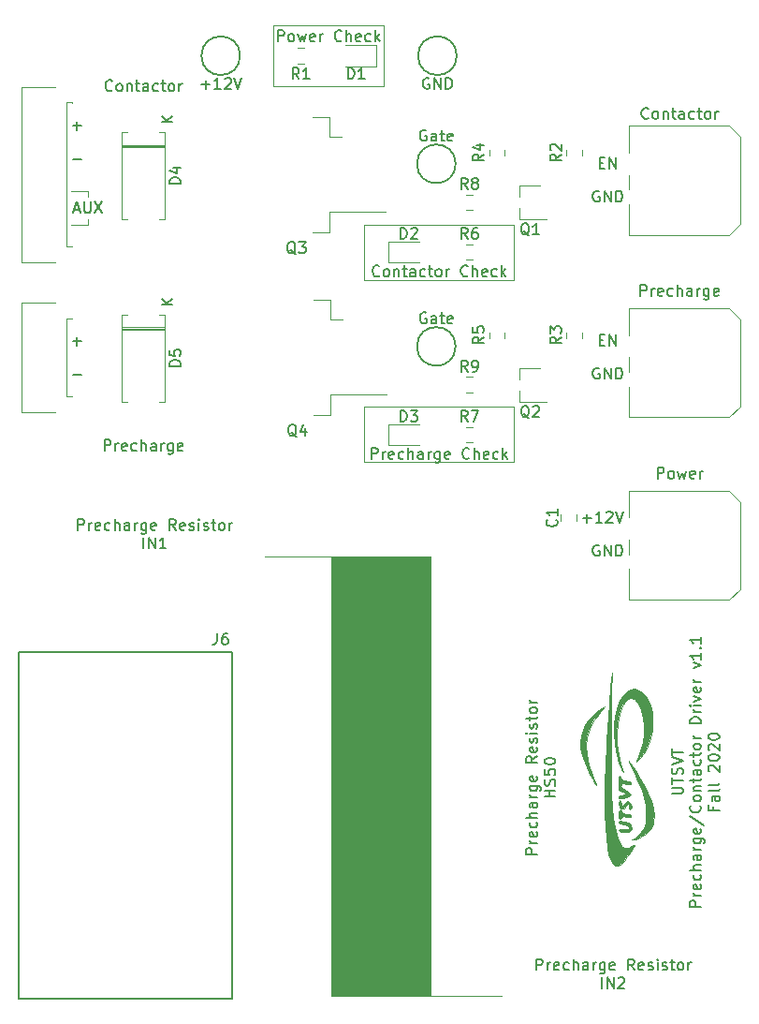
<source format=gbr>
G04 #@! TF.GenerationSoftware,KiCad,Pcbnew,(5.1.5)-3*
G04 #@! TF.CreationDate,2021-01-10T22:56:31-06:00*
G04 #@! TF.ProjectId,ContactorDriver,436f6e74-6163-4746-9f72-447269766572,rev?*
G04 #@! TF.SameCoordinates,Original*
G04 #@! TF.FileFunction,Legend,Top*
G04 #@! TF.FilePolarity,Positive*
%FSLAX46Y46*%
G04 Gerber Fmt 4.6, Leading zero omitted, Abs format (unit mm)*
G04 Created by KiCad (PCBNEW (5.1.5)-3) date 2021-01-10 22:56:31*
%MOMM*%
%LPD*%
G04 APERTURE LIST*
%ADD10C,0.150000*%
%ADD11C,0.120000*%
%ADD12C,0.100000*%
%ADD13C,0.010000*%
G04 APERTURE END LIST*
D10*
X211571428Y-155877380D02*
X211571428Y-154877380D01*
X211952380Y-154877380D01*
X212047619Y-154925000D01*
X212095238Y-154972619D01*
X212142857Y-155067857D01*
X212142857Y-155210714D01*
X212095238Y-155305952D01*
X212047619Y-155353571D01*
X211952380Y-155401190D01*
X211571428Y-155401190D01*
X212571428Y-155877380D02*
X212571428Y-155210714D01*
X212571428Y-155401190D02*
X212619047Y-155305952D01*
X212666666Y-155258333D01*
X212761904Y-155210714D01*
X212857142Y-155210714D01*
X213571428Y-155829761D02*
X213476190Y-155877380D01*
X213285714Y-155877380D01*
X213190476Y-155829761D01*
X213142857Y-155734523D01*
X213142857Y-155353571D01*
X213190476Y-155258333D01*
X213285714Y-155210714D01*
X213476190Y-155210714D01*
X213571428Y-155258333D01*
X213619047Y-155353571D01*
X213619047Y-155448809D01*
X213142857Y-155544047D01*
X214476190Y-155829761D02*
X214380952Y-155877380D01*
X214190476Y-155877380D01*
X214095238Y-155829761D01*
X214047619Y-155782142D01*
X214000000Y-155686904D01*
X214000000Y-155401190D01*
X214047619Y-155305952D01*
X214095238Y-155258333D01*
X214190476Y-155210714D01*
X214380952Y-155210714D01*
X214476190Y-155258333D01*
X214904761Y-155877380D02*
X214904761Y-154877380D01*
X215333333Y-155877380D02*
X215333333Y-155353571D01*
X215285714Y-155258333D01*
X215190476Y-155210714D01*
X215047619Y-155210714D01*
X214952380Y-155258333D01*
X214904761Y-155305952D01*
X216238095Y-155877380D02*
X216238095Y-155353571D01*
X216190476Y-155258333D01*
X216095238Y-155210714D01*
X215904761Y-155210714D01*
X215809523Y-155258333D01*
X216238095Y-155829761D02*
X216142857Y-155877380D01*
X215904761Y-155877380D01*
X215809523Y-155829761D01*
X215761904Y-155734523D01*
X215761904Y-155639285D01*
X215809523Y-155544047D01*
X215904761Y-155496428D01*
X216142857Y-155496428D01*
X216238095Y-155448809D01*
X216714285Y-155877380D02*
X216714285Y-155210714D01*
X216714285Y-155401190D02*
X216761904Y-155305952D01*
X216809523Y-155258333D01*
X216904761Y-155210714D01*
X217000000Y-155210714D01*
X217761904Y-155210714D02*
X217761904Y-156020238D01*
X217714285Y-156115476D01*
X217666666Y-156163095D01*
X217571428Y-156210714D01*
X217428571Y-156210714D01*
X217333333Y-156163095D01*
X217761904Y-155829761D02*
X217666666Y-155877380D01*
X217476190Y-155877380D01*
X217380952Y-155829761D01*
X217333333Y-155782142D01*
X217285714Y-155686904D01*
X217285714Y-155401190D01*
X217333333Y-155305952D01*
X217380952Y-155258333D01*
X217476190Y-155210714D01*
X217666666Y-155210714D01*
X217761904Y-155258333D01*
X218619047Y-155829761D02*
X218523809Y-155877380D01*
X218333333Y-155877380D01*
X218238095Y-155829761D01*
X218190476Y-155734523D01*
X218190476Y-155353571D01*
X218238095Y-155258333D01*
X218333333Y-155210714D01*
X218523809Y-155210714D01*
X218619047Y-155258333D01*
X218666666Y-155353571D01*
X218666666Y-155448809D01*
X218190476Y-155544047D01*
X220428571Y-155877380D02*
X220095238Y-155401190D01*
X219857142Y-155877380D02*
X219857142Y-154877380D01*
X220238095Y-154877380D01*
X220333333Y-154925000D01*
X220380952Y-154972619D01*
X220428571Y-155067857D01*
X220428571Y-155210714D01*
X220380952Y-155305952D01*
X220333333Y-155353571D01*
X220238095Y-155401190D01*
X219857142Y-155401190D01*
X221238095Y-155829761D02*
X221142857Y-155877380D01*
X220952380Y-155877380D01*
X220857142Y-155829761D01*
X220809523Y-155734523D01*
X220809523Y-155353571D01*
X220857142Y-155258333D01*
X220952380Y-155210714D01*
X221142857Y-155210714D01*
X221238095Y-155258333D01*
X221285714Y-155353571D01*
X221285714Y-155448809D01*
X220809523Y-155544047D01*
X221666666Y-155829761D02*
X221761904Y-155877380D01*
X221952380Y-155877380D01*
X222047619Y-155829761D01*
X222095238Y-155734523D01*
X222095238Y-155686904D01*
X222047619Y-155591666D01*
X221952380Y-155544047D01*
X221809523Y-155544047D01*
X221714285Y-155496428D01*
X221666666Y-155401190D01*
X221666666Y-155353571D01*
X221714285Y-155258333D01*
X221809523Y-155210714D01*
X221952380Y-155210714D01*
X222047619Y-155258333D01*
X222523809Y-155877380D02*
X222523809Y-155210714D01*
X222523809Y-154877380D02*
X222476190Y-154925000D01*
X222523809Y-154972619D01*
X222571428Y-154925000D01*
X222523809Y-154877380D01*
X222523809Y-154972619D01*
X222952380Y-155829761D02*
X223047619Y-155877380D01*
X223238095Y-155877380D01*
X223333333Y-155829761D01*
X223380952Y-155734523D01*
X223380952Y-155686904D01*
X223333333Y-155591666D01*
X223238095Y-155544047D01*
X223095238Y-155544047D01*
X223000000Y-155496428D01*
X222952380Y-155401190D01*
X222952380Y-155353571D01*
X223000000Y-155258333D01*
X223095238Y-155210714D01*
X223238095Y-155210714D01*
X223333333Y-155258333D01*
X223666666Y-155210714D02*
X224047619Y-155210714D01*
X223809523Y-154877380D02*
X223809523Y-155734523D01*
X223857142Y-155829761D01*
X223952380Y-155877380D01*
X224047619Y-155877380D01*
X224523809Y-155877380D02*
X224428571Y-155829761D01*
X224380952Y-155782142D01*
X224333333Y-155686904D01*
X224333333Y-155401190D01*
X224380952Y-155305952D01*
X224428571Y-155258333D01*
X224523809Y-155210714D01*
X224666666Y-155210714D01*
X224761904Y-155258333D01*
X224809523Y-155305952D01*
X224857142Y-155401190D01*
X224857142Y-155686904D01*
X224809523Y-155782142D01*
X224761904Y-155829761D01*
X224666666Y-155877380D01*
X224523809Y-155877380D01*
X225285714Y-155877380D02*
X225285714Y-155210714D01*
X225285714Y-155401190D02*
X225333333Y-155305952D01*
X225380952Y-155258333D01*
X225476190Y-155210714D01*
X225571428Y-155210714D01*
X217500000Y-157527380D02*
X217500000Y-156527380D01*
X217976190Y-157527380D02*
X217976190Y-156527380D01*
X218547619Y-157527380D01*
X218547619Y-156527380D01*
X218976190Y-156622619D02*
X219023809Y-156575000D01*
X219119047Y-156527380D01*
X219357142Y-156527380D01*
X219452380Y-156575000D01*
X219500000Y-156622619D01*
X219547619Y-156717857D01*
X219547619Y-156813095D01*
X219500000Y-156955952D01*
X218928571Y-157527380D01*
X219547619Y-157527380D01*
X170071428Y-116127380D02*
X170071428Y-115127380D01*
X170452380Y-115127380D01*
X170547619Y-115175000D01*
X170595238Y-115222619D01*
X170642857Y-115317857D01*
X170642857Y-115460714D01*
X170595238Y-115555952D01*
X170547619Y-115603571D01*
X170452380Y-115651190D01*
X170071428Y-115651190D01*
X171071428Y-116127380D02*
X171071428Y-115460714D01*
X171071428Y-115651190D02*
X171119047Y-115555952D01*
X171166666Y-115508333D01*
X171261904Y-115460714D01*
X171357142Y-115460714D01*
X172071428Y-116079761D02*
X171976190Y-116127380D01*
X171785714Y-116127380D01*
X171690476Y-116079761D01*
X171642857Y-115984523D01*
X171642857Y-115603571D01*
X171690476Y-115508333D01*
X171785714Y-115460714D01*
X171976190Y-115460714D01*
X172071428Y-115508333D01*
X172119047Y-115603571D01*
X172119047Y-115698809D01*
X171642857Y-115794047D01*
X172976190Y-116079761D02*
X172880952Y-116127380D01*
X172690476Y-116127380D01*
X172595238Y-116079761D01*
X172547619Y-116032142D01*
X172500000Y-115936904D01*
X172500000Y-115651190D01*
X172547619Y-115555952D01*
X172595238Y-115508333D01*
X172690476Y-115460714D01*
X172880952Y-115460714D01*
X172976190Y-115508333D01*
X173404761Y-116127380D02*
X173404761Y-115127380D01*
X173833333Y-116127380D02*
X173833333Y-115603571D01*
X173785714Y-115508333D01*
X173690476Y-115460714D01*
X173547619Y-115460714D01*
X173452380Y-115508333D01*
X173404761Y-115555952D01*
X174738095Y-116127380D02*
X174738095Y-115603571D01*
X174690476Y-115508333D01*
X174595238Y-115460714D01*
X174404761Y-115460714D01*
X174309523Y-115508333D01*
X174738095Y-116079761D02*
X174642857Y-116127380D01*
X174404761Y-116127380D01*
X174309523Y-116079761D01*
X174261904Y-115984523D01*
X174261904Y-115889285D01*
X174309523Y-115794047D01*
X174404761Y-115746428D01*
X174642857Y-115746428D01*
X174738095Y-115698809D01*
X175214285Y-116127380D02*
X175214285Y-115460714D01*
X175214285Y-115651190D02*
X175261904Y-115555952D01*
X175309523Y-115508333D01*
X175404761Y-115460714D01*
X175500000Y-115460714D01*
X176261904Y-115460714D02*
X176261904Y-116270238D01*
X176214285Y-116365476D01*
X176166666Y-116413095D01*
X176071428Y-116460714D01*
X175928571Y-116460714D01*
X175833333Y-116413095D01*
X176261904Y-116079761D02*
X176166666Y-116127380D01*
X175976190Y-116127380D01*
X175880952Y-116079761D01*
X175833333Y-116032142D01*
X175785714Y-115936904D01*
X175785714Y-115651190D01*
X175833333Y-115555952D01*
X175880952Y-115508333D01*
X175976190Y-115460714D01*
X176166666Y-115460714D01*
X176261904Y-115508333D01*
X177119047Y-116079761D02*
X177023809Y-116127380D01*
X176833333Y-116127380D01*
X176738095Y-116079761D01*
X176690476Y-115984523D01*
X176690476Y-115603571D01*
X176738095Y-115508333D01*
X176833333Y-115460714D01*
X177023809Y-115460714D01*
X177119047Y-115508333D01*
X177166666Y-115603571D01*
X177166666Y-115698809D01*
X176690476Y-115794047D01*
X178928571Y-116127380D02*
X178595238Y-115651190D01*
X178357142Y-116127380D02*
X178357142Y-115127380D01*
X178738095Y-115127380D01*
X178833333Y-115175000D01*
X178880952Y-115222619D01*
X178928571Y-115317857D01*
X178928571Y-115460714D01*
X178880952Y-115555952D01*
X178833333Y-115603571D01*
X178738095Y-115651190D01*
X178357142Y-115651190D01*
X179738095Y-116079761D02*
X179642857Y-116127380D01*
X179452380Y-116127380D01*
X179357142Y-116079761D01*
X179309523Y-115984523D01*
X179309523Y-115603571D01*
X179357142Y-115508333D01*
X179452380Y-115460714D01*
X179642857Y-115460714D01*
X179738095Y-115508333D01*
X179785714Y-115603571D01*
X179785714Y-115698809D01*
X179309523Y-115794047D01*
X180166666Y-116079761D02*
X180261904Y-116127380D01*
X180452380Y-116127380D01*
X180547619Y-116079761D01*
X180595238Y-115984523D01*
X180595238Y-115936904D01*
X180547619Y-115841666D01*
X180452380Y-115794047D01*
X180309523Y-115794047D01*
X180214285Y-115746428D01*
X180166666Y-115651190D01*
X180166666Y-115603571D01*
X180214285Y-115508333D01*
X180309523Y-115460714D01*
X180452380Y-115460714D01*
X180547619Y-115508333D01*
X181023809Y-116127380D02*
X181023809Y-115460714D01*
X181023809Y-115127380D02*
X180976190Y-115175000D01*
X181023809Y-115222619D01*
X181071428Y-115175000D01*
X181023809Y-115127380D01*
X181023809Y-115222619D01*
X181452380Y-116079761D02*
X181547619Y-116127380D01*
X181738095Y-116127380D01*
X181833333Y-116079761D01*
X181880952Y-115984523D01*
X181880952Y-115936904D01*
X181833333Y-115841666D01*
X181738095Y-115794047D01*
X181595238Y-115794047D01*
X181500000Y-115746428D01*
X181452380Y-115651190D01*
X181452380Y-115603571D01*
X181500000Y-115508333D01*
X181595238Y-115460714D01*
X181738095Y-115460714D01*
X181833333Y-115508333D01*
X182166666Y-115460714D02*
X182547619Y-115460714D01*
X182309523Y-115127380D02*
X182309523Y-115984523D01*
X182357142Y-116079761D01*
X182452380Y-116127380D01*
X182547619Y-116127380D01*
X183023809Y-116127380D02*
X182928571Y-116079761D01*
X182880952Y-116032142D01*
X182833333Y-115936904D01*
X182833333Y-115651190D01*
X182880952Y-115555952D01*
X182928571Y-115508333D01*
X183023809Y-115460714D01*
X183166666Y-115460714D01*
X183261904Y-115508333D01*
X183309523Y-115555952D01*
X183357142Y-115651190D01*
X183357142Y-115936904D01*
X183309523Y-116032142D01*
X183261904Y-116079761D01*
X183166666Y-116127380D01*
X183023809Y-116127380D01*
X183785714Y-116127380D02*
X183785714Y-115460714D01*
X183785714Y-115651190D02*
X183833333Y-115555952D01*
X183880952Y-115508333D01*
X183976190Y-115460714D01*
X184071428Y-115460714D01*
X176000000Y-117777380D02*
X176000000Y-116777380D01*
X176476190Y-117777380D02*
X176476190Y-116777380D01*
X177047619Y-117777380D01*
X177047619Y-116777380D01*
X178047619Y-117777380D02*
X177476190Y-117777380D01*
X177761904Y-117777380D02*
X177761904Y-116777380D01*
X177666666Y-116920238D01*
X177571428Y-117015476D01*
X177476190Y-117063095D01*
X215738095Y-115071428D02*
X216500000Y-115071428D01*
X216119047Y-115452380D02*
X216119047Y-114690476D01*
X217500000Y-115452380D02*
X216928571Y-115452380D01*
X217214285Y-115452380D02*
X217214285Y-114452380D01*
X217119047Y-114595238D01*
X217023809Y-114690476D01*
X216928571Y-114738095D01*
X217880952Y-114547619D02*
X217928571Y-114500000D01*
X218023809Y-114452380D01*
X218261904Y-114452380D01*
X218357142Y-114500000D01*
X218404761Y-114547619D01*
X218452380Y-114642857D01*
X218452380Y-114738095D01*
X218404761Y-114880952D01*
X217833333Y-115452380D01*
X218452380Y-115452380D01*
X218738095Y-114452380D02*
X219071428Y-115452380D01*
X219404761Y-114452380D01*
D11*
X197750000Y-70500000D02*
X197750000Y-71000000D01*
X187750000Y-70500000D02*
X197750000Y-70500000D01*
X187750000Y-76000000D02*
X187750000Y-70500000D01*
X197750000Y-76000000D02*
X187750000Y-76000000D01*
X197750000Y-71000000D02*
X197750000Y-76000000D01*
X209500000Y-110000000D02*
X196000000Y-110000000D01*
X209500000Y-105000000D02*
X209500000Y-110000000D01*
X196000000Y-105000000D02*
X209500000Y-105000000D01*
X196000000Y-110000000D02*
X196000000Y-105000000D01*
X196000000Y-93500000D02*
X209500000Y-93500000D01*
X196000000Y-88500000D02*
X196000000Y-93500000D01*
X209500000Y-88500000D02*
X196000000Y-88500000D01*
X209500000Y-93500000D02*
X209500000Y-88500000D01*
D10*
X223802380Y-139952380D02*
X224611904Y-139952380D01*
X224707142Y-139904761D01*
X224754761Y-139857142D01*
X224802380Y-139761904D01*
X224802380Y-139571428D01*
X224754761Y-139476190D01*
X224707142Y-139428571D01*
X224611904Y-139380952D01*
X223802380Y-139380952D01*
X223802380Y-139047619D02*
X223802380Y-138476190D01*
X224802380Y-138761904D02*
X223802380Y-138761904D01*
X224754761Y-138190476D02*
X224802380Y-138047619D01*
X224802380Y-137809523D01*
X224754761Y-137714285D01*
X224707142Y-137666666D01*
X224611904Y-137619047D01*
X224516666Y-137619047D01*
X224421428Y-137666666D01*
X224373809Y-137714285D01*
X224326190Y-137809523D01*
X224278571Y-138000000D01*
X224230952Y-138095238D01*
X224183333Y-138142857D01*
X224088095Y-138190476D01*
X223992857Y-138190476D01*
X223897619Y-138142857D01*
X223850000Y-138095238D01*
X223802380Y-138000000D01*
X223802380Y-137761904D01*
X223850000Y-137619047D01*
X223802380Y-137333333D02*
X224802380Y-137000000D01*
X223802380Y-136666666D01*
X223802380Y-136476190D02*
X223802380Y-135904761D01*
X224802380Y-136190476D02*
X223802380Y-136190476D01*
X226452380Y-150166666D02*
X225452380Y-150166666D01*
X225452380Y-149785714D01*
X225500000Y-149690476D01*
X225547619Y-149642857D01*
X225642857Y-149595238D01*
X225785714Y-149595238D01*
X225880952Y-149642857D01*
X225928571Y-149690476D01*
X225976190Y-149785714D01*
X225976190Y-150166666D01*
X226452380Y-149166666D02*
X225785714Y-149166666D01*
X225976190Y-149166666D02*
X225880952Y-149119047D01*
X225833333Y-149071428D01*
X225785714Y-148976190D01*
X225785714Y-148880952D01*
X226404761Y-148166666D02*
X226452380Y-148261904D01*
X226452380Y-148452380D01*
X226404761Y-148547619D01*
X226309523Y-148595238D01*
X225928571Y-148595238D01*
X225833333Y-148547619D01*
X225785714Y-148452380D01*
X225785714Y-148261904D01*
X225833333Y-148166666D01*
X225928571Y-148119047D01*
X226023809Y-148119047D01*
X226119047Y-148595238D01*
X226404761Y-147261904D02*
X226452380Y-147357142D01*
X226452380Y-147547619D01*
X226404761Y-147642857D01*
X226357142Y-147690476D01*
X226261904Y-147738095D01*
X225976190Y-147738095D01*
X225880952Y-147690476D01*
X225833333Y-147642857D01*
X225785714Y-147547619D01*
X225785714Y-147357142D01*
X225833333Y-147261904D01*
X226452380Y-146833333D02*
X225452380Y-146833333D01*
X226452380Y-146404761D02*
X225928571Y-146404761D01*
X225833333Y-146452380D01*
X225785714Y-146547619D01*
X225785714Y-146690476D01*
X225833333Y-146785714D01*
X225880952Y-146833333D01*
X226452380Y-145500000D02*
X225928571Y-145500000D01*
X225833333Y-145547619D01*
X225785714Y-145642857D01*
X225785714Y-145833333D01*
X225833333Y-145928571D01*
X226404761Y-145500000D02*
X226452380Y-145595238D01*
X226452380Y-145833333D01*
X226404761Y-145928571D01*
X226309523Y-145976190D01*
X226214285Y-145976190D01*
X226119047Y-145928571D01*
X226071428Y-145833333D01*
X226071428Y-145595238D01*
X226023809Y-145500000D01*
X226452380Y-145023809D02*
X225785714Y-145023809D01*
X225976190Y-145023809D02*
X225880952Y-144976190D01*
X225833333Y-144928571D01*
X225785714Y-144833333D01*
X225785714Y-144738095D01*
X225785714Y-143976190D02*
X226595238Y-143976190D01*
X226690476Y-144023809D01*
X226738095Y-144071428D01*
X226785714Y-144166666D01*
X226785714Y-144309523D01*
X226738095Y-144404761D01*
X226404761Y-143976190D02*
X226452380Y-144071428D01*
X226452380Y-144261904D01*
X226404761Y-144357142D01*
X226357142Y-144404761D01*
X226261904Y-144452380D01*
X225976190Y-144452380D01*
X225880952Y-144404761D01*
X225833333Y-144357142D01*
X225785714Y-144261904D01*
X225785714Y-144071428D01*
X225833333Y-143976190D01*
X226404761Y-143119047D02*
X226452380Y-143214285D01*
X226452380Y-143404761D01*
X226404761Y-143500000D01*
X226309523Y-143547619D01*
X225928571Y-143547619D01*
X225833333Y-143500000D01*
X225785714Y-143404761D01*
X225785714Y-143214285D01*
X225833333Y-143119047D01*
X225928571Y-143071428D01*
X226023809Y-143071428D01*
X226119047Y-143547619D01*
X225404761Y-141928571D02*
X226690476Y-142785714D01*
X226357142Y-141023809D02*
X226404761Y-141071428D01*
X226452380Y-141214285D01*
X226452380Y-141309523D01*
X226404761Y-141452380D01*
X226309523Y-141547619D01*
X226214285Y-141595238D01*
X226023809Y-141642857D01*
X225880952Y-141642857D01*
X225690476Y-141595238D01*
X225595238Y-141547619D01*
X225500000Y-141452380D01*
X225452380Y-141309523D01*
X225452380Y-141214285D01*
X225500000Y-141071428D01*
X225547619Y-141023809D01*
X226452380Y-140452380D02*
X226404761Y-140547619D01*
X226357142Y-140595238D01*
X226261904Y-140642857D01*
X225976190Y-140642857D01*
X225880952Y-140595238D01*
X225833333Y-140547619D01*
X225785714Y-140452380D01*
X225785714Y-140309523D01*
X225833333Y-140214285D01*
X225880952Y-140166666D01*
X225976190Y-140119047D01*
X226261904Y-140119047D01*
X226357142Y-140166666D01*
X226404761Y-140214285D01*
X226452380Y-140309523D01*
X226452380Y-140452380D01*
X225785714Y-139690476D02*
X226452380Y-139690476D01*
X225880952Y-139690476D02*
X225833333Y-139642857D01*
X225785714Y-139547619D01*
X225785714Y-139404761D01*
X225833333Y-139309523D01*
X225928571Y-139261904D01*
X226452380Y-139261904D01*
X225785714Y-138928571D02*
X225785714Y-138547619D01*
X225452380Y-138785714D02*
X226309523Y-138785714D01*
X226404761Y-138738095D01*
X226452380Y-138642857D01*
X226452380Y-138547619D01*
X226452380Y-137785714D02*
X225928571Y-137785714D01*
X225833333Y-137833333D01*
X225785714Y-137928571D01*
X225785714Y-138119047D01*
X225833333Y-138214285D01*
X226404761Y-137785714D02*
X226452380Y-137880952D01*
X226452380Y-138119047D01*
X226404761Y-138214285D01*
X226309523Y-138261904D01*
X226214285Y-138261904D01*
X226119047Y-138214285D01*
X226071428Y-138119047D01*
X226071428Y-137880952D01*
X226023809Y-137785714D01*
X226404761Y-136880952D02*
X226452380Y-136976190D01*
X226452380Y-137166666D01*
X226404761Y-137261904D01*
X226357142Y-137309523D01*
X226261904Y-137357142D01*
X225976190Y-137357142D01*
X225880952Y-137309523D01*
X225833333Y-137261904D01*
X225785714Y-137166666D01*
X225785714Y-136976190D01*
X225833333Y-136880952D01*
X225785714Y-136595238D02*
X225785714Y-136214285D01*
X225452380Y-136452380D02*
X226309523Y-136452380D01*
X226404761Y-136404761D01*
X226452380Y-136309523D01*
X226452380Y-136214285D01*
X226452380Y-135738095D02*
X226404761Y-135833333D01*
X226357142Y-135880952D01*
X226261904Y-135928571D01*
X225976190Y-135928571D01*
X225880952Y-135880952D01*
X225833333Y-135833333D01*
X225785714Y-135738095D01*
X225785714Y-135595238D01*
X225833333Y-135500000D01*
X225880952Y-135452380D01*
X225976190Y-135404761D01*
X226261904Y-135404761D01*
X226357142Y-135452380D01*
X226404761Y-135500000D01*
X226452380Y-135595238D01*
X226452380Y-135738095D01*
X226452380Y-134976190D02*
X225785714Y-134976190D01*
X225976190Y-134976190D02*
X225880952Y-134928571D01*
X225833333Y-134880952D01*
X225785714Y-134785714D01*
X225785714Y-134690476D01*
X226452380Y-133595238D02*
X225452380Y-133595238D01*
X225452380Y-133357142D01*
X225500000Y-133214285D01*
X225595238Y-133119047D01*
X225690476Y-133071428D01*
X225880952Y-133023809D01*
X226023809Y-133023809D01*
X226214285Y-133071428D01*
X226309523Y-133119047D01*
X226404761Y-133214285D01*
X226452380Y-133357142D01*
X226452380Y-133595238D01*
X226452380Y-132595238D02*
X225785714Y-132595238D01*
X225976190Y-132595238D02*
X225880952Y-132547619D01*
X225833333Y-132500000D01*
X225785714Y-132404761D01*
X225785714Y-132309523D01*
X226452380Y-131976190D02*
X225785714Y-131976190D01*
X225452380Y-131976190D02*
X225500000Y-132023809D01*
X225547619Y-131976190D01*
X225500000Y-131928571D01*
X225452380Y-131976190D01*
X225547619Y-131976190D01*
X225785714Y-131595238D02*
X226452380Y-131357142D01*
X225785714Y-131119047D01*
X226404761Y-130357142D02*
X226452380Y-130452380D01*
X226452380Y-130642857D01*
X226404761Y-130738095D01*
X226309523Y-130785714D01*
X225928571Y-130785714D01*
X225833333Y-130738095D01*
X225785714Y-130642857D01*
X225785714Y-130452380D01*
X225833333Y-130357142D01*
X225928571Y-130309523D01*
X226023809Y-130309523D01*
X226119047Y-130785714D01*
X226452380Y-129880952D02*
X225785714Y-129880952D01*
X225976190Y-129880952D02*
X225880952Y-129833333D01*
X225833333Y-129785714D01*
X225785714Y-129690476D01*
X225785714Y-129595238D01*
X225785714Y-128595238D02*
X226452380Y-128357142D01*
X225785714Y-128119047D01*
X226452380Y-127214285D02*
X226452380Y-127785714D01*
X226452380Y-127500000D02*
X225452380Y-127500000D01*
X225595238Y-127595238D01*
X225690476Y-127690476D01*
X225738095Y-127785714D01*
X226357142Y-126785714D02*
X226404761Y-126738095D01*
X226452380Y-126785714D01*
X226404761Y-126833333D01*
X226357142Y-126785714D01*
X226452380Y-126785714D01*
X226452380Y-125785714D02*
X226452380Y-126357142D01*
X226452380Y-126071428D02*
X225452380Y-126071428D01*
X225595238Y-126166666D01*
X225690476Y-126261904D01*
X225738095Y-126357142D01*
X227578571Y-141119047D02*
X227578571Y-141452380D01*
X228102380Y-141452380D02*
X227102380Y-141452380D01*
X227102380Y-140976190D01*
X228102380Y-140166666D02*
X227578571Y-140166666D01*
X227483333Y-140214285D01*
X227435714Y-140309523D01*
X227435714Y-140500000D01*
X227483333Y-140595238D01*
X228054761Y-140166666D02*
X228102380Y-140261904D01*
X228102380Y-140500000D01*
X228054761Y-140595238D01*
X227959523Y-140642857D01*
X227864285Y-140642857D01*
X227769047Y-140595238D01*
X227721428Y-140500000D01*
X227721428Y-140261904D01*
X227673809Y-140166666D01*
X228102380Y-139547619D02*
X228054761Y-139642857D01*
X227959523Y-139690476D01*
X227102380Y-139690476D01*
X228102380Y-139023809D02*
X228054761Y-139119047D01*
X227959523Y-139166666D01*
X227102380Y-139166666D01*
X227197619Y-137928571D02*
X227150000Y-137880952D01*
X227102380Y-137785714D01*
X227102380Y-137547619D01*
X227150000Y-137452380D01*
X227197619Y-137404761D01*
X227292857Y-137357142D01*
X227388095Y-137357142D01*
X227530952Y-137404761D01*
X228102380Y-137976190D01*
X228102380Y-137357142D01*
X227102380Y-136738095D02*
X227102380Y-136642857D01*
X227150000Y-136547619D01*
X227197619Y-136500000D01*
X227292857Y-136452380D01*
X227483333Y-136404761D01*
X227721428Y-136404761D01*
X227911904Y-136452380D01*
X228007142Y-136500000D01*
X228054761Y-136547619D01*
X228102380Y-136642857D01*
X228102380Y-136738095D01*
X228054761Y-136833333D01*
X228007142Y-136880952D01*
X227911904Y-136928571D01*
X227721428Y-136976190D01*
X227483333Y-136976190D01*
X227292857Y-136928571D01*
X227197619Y-136880952D01*
X227150000Y-136833333D01*
X227102380Y-136738095D01*
X227197619Y-136023809D02*
X227150000Y-135976190D01*
X227102380Y-135880952D01*
X227102380Y-135642857D01*
X227150000Y-135547619D01*
X227197619Y-135500000D01*
X227292857Y-135452380D01*
X227388095Y-135452380D01*
X227530952Y-135500000D01*
X228102380Y-136071428D01*
X228102380Y-135452380D01*
X227102380Y-134833333D02*
X227102380Y-134738095D01*
X227150000Y-134642857D01*
X227197619Y-134595238D01*
X227292857Y-134547619D01*
X227483333Y-134500000D01*
X227721428Y-134500000D01*
X227911904Y-134547619D01*
X228007142Y-134595238D01*
X228054761Y-134642857D01*
X228102380Y-134738095D01*
X228102380Y-134833333D01*
X228054761Y-134928571D01*
X228007142Y-134976190D01*
X227911904Y-135023809D01*
X227721428Y-135071428D01*
X227483333Y-135071428D01*
X227292857Y-135023809D01*
X227197619Y-134976190D01*
X227150000Y-134928571D01*
X227102380Y-134833333D01*
X201595238Y-96500000D02*
X201500000Y-96452380D01*
X201357142Y-96452380D01*
X201214285Y-96500000D01*
X201119047Y-96595238D01*
X201071428Y-96690476D01*
X201023809Y-96880952D01*
X201023809Y-97023809D01*
X201071428Y-97214285D01*
X201119047Y-97309523D01*
X201214285Y-97404761D01*
X201357142Y-97452380D01*
X201452380Y-97452380D01*
X201595238Y-97404761D01*
X201642857Y-97357142D01*
X201642857Y-97023809D01*
X201452380Y-97023809D01*
X202500000Y-97452380D02*
X202500000Y-96928571D01*
X202452380Y-96833333D01*
X202357142Y-96785714D01*
X202166666Y-96785714D01*
X202071428Y-96833333D01*
X202500000Y-97404761D02*
X202404761Y-97452380D01*
X202166666Y-97452380D01*
X202071428Y-97404761D01*
X202023809Y-97309523D01*
X202023809Y-97214285D01*
X202071428Y-97119047D01*
X202166666Y-97071428D01*
X202404761Y-97071428D01*
X202500000Y-97023809D01*
X202833333Y-96785714D02*
X203214285Y-96785714D01*
X202976190Y-96452380D02*
X202976190Y-97309523D01*
X203023809Y-97404761D01*
X203119047Y-97452380D01*
X203214285Y-97452380D01*
X203928571Y-97404761D02*
X203833333Y-97452380D01*
X203642857Y-97452380D01*
X203547619Y-97404761D01*
X203500000Y-97309523D01*
X203500000Y-96928571D01*
X203547619Y-96833333D01*
X203642857Y-96785714D01*
X203833333Y-96785714D01*
X203928571Y-96833333D01*
X203976190Y-96928571D01*
X203976190Y-97023809D01*
X203500000Y-97119047D01*
X201595238Y-80000000D02*
X201500000Y-79952380D01*
X201357142Y-79952380D01*
X201214285Y-80000000D01*
X201119047Y-80095238D01*
X201071428Y-80190476D01*
X201023809Y-80380952D01*
X201023809Y-80523809D01*
X201071428Y-80714285D01*
X201119047Y-80809523D01*
X201214285Y-80904761D01*
X201357142Y-80952380D01*
X201452380Y-80952380D01*
X201595238Y-80904761D01*
X201642857Y-80857142D01*
X201642857Y-80523809D01*
X201452380Y-80523809D01*
X202500000Y-80952380D02*
X202500000Y-80428571D01*
X202452380Y-80333333D01*
X202357142Y-80285714D01*
X202166666Y-80285714D01*
X202071428Y-80333333D01*
X202500000Y-80904761D02*
X202404761Y-80952380D01*
X202166666Y-80952380D01*
X202071428Y-80904761D01*
X202023809Y-80809523D01*
X202023809Y-80714285D01*
X202071428Y-80619047D01*
X202166666Y-80571428D01*
X202404761Y-80571428D01*
X202500000Y-80523809D01*
X202833333Y-80285714D02*
X203214285Y-80285714D01*
X202976190Y-79952380D02*
X202976190Y-80809523D01*
X203023809Y-80904761D01*
X203119047Y-80952380D01*
X203214285Y-80952380D01*
X203928571Y-80904761D02*
X203833333Y-80952380D01*
X203642857Y-80952380D01*
X203547619Y-80904761D01*
X203500000Y-80809523D01*
X203500000Y-80428571D01*
X203547619Y-80333333D01*
X203642857Y-80285714D01*
X203833333Y-80285714D01*
X203928571Y-80333333D01*
X203976190Y-80428571D01*
X203976190Y-80523809D01*
X203500000Y-80619047D01*
X201838095Y-75300000D02*
X201742857Y-75252380D01*
X201600000Y-75252380D01*
X201457142Y-75300000D01*
X201361904Y-75395238D01*
X201314285Y-75490476D01*
X201266666Y-75680952D01*
X201266666Y-75823809D01*
X201314285Y-76014285D01*
X201361904Y-76109523D01*
X201457142Y-76204761D01*
X201600000Y-76252380D01*
X201695238Y-76252380D01*
X201838095Y-76204761D01*
X201885714Y-76157142D01*
X201885714Y-75823809D01*
X201695238Y-75823809D01*
X202314285Y-76252380D02*
X202314285Y-75252380D01*
X202885714Y-76252380D01*
X202885714Y-75252380D01*
X203361904Y-76252380D02*
X203361904Y-75252380D01*
X203600000Y-75252380D01*
X203742857Y-75300000D01*
X203838095Y-75395238D01*
X203885714Y-75490476D01*
X203933333Y-75680952D01*
X203933333Y-75823809D01*
X203885714Y-76014285D01*
X203838095Y-76109523D01*
X203742857Y-76204761D01*
X203600000Y-76252380D01*
X203361904Y-76252380D01*
X181238095Y-75871428D02*
X182000000Y-75871428D01*
X181619047Y-76252380D02*
X181619047Y-75490476D01*
X183000000Y-76252380D02*
X182428571Y-76252380D01*
X182714285Y-76252380D02*
X182714285Y-75252380D01*
X182619047Y-75395238D01*
X182523809Y-75490476D01*
X182428571Y-75538095D01*
X183380952Y-75347619D02*
X183428571Y-75300000D01*
X183523809Y-75252380D01*
X183761904Y-75252380D01*
X183857142Y-75300000D01*
X183904761Y-75347619D01*
X183952380Y-75442857D01*
X183952380Y-75538095D01*
X183904761Y-75680952D01*
X183333333Y-76252380D01*
X183952380Y-76252380D01*
X184238095Y-75252380D02*
X184571428Y-76252380D01*
X184904761Y-75252380D01*
X173190476Y-76357142D02*
X173142857Y-76404761D01*
X173000000Y-76452380D01*
X172904761Y-76452380D01*
X172761904Y-76404761D01*
X172666666Y-76309523D01*
X172619047Y-76214285D01*
X172571428Y-76023809D01*
X172571428Y-75880952D01*
X172619047Y-75690476D01*
X172666666Y-75595238D01*
X172761904Y-75500000D01*
X172904761Y-75452380D01*
X173000000Y-75452380D01*
X173142857Y-75500000D01*
X173190476Y-75547619D01*
X173761904Y-76452380D02*
X173666666Y-76404761D01*
X173619047Y-76357142D01*
X173571428Y-76261904D01*
X173571428Y-75976190D01*
X173619047Y-75880952D01*
X173666666Y-75833333D01*
X173761904Y-75785714D01*
X173904761Y-75785714D01*
X174000000Y-75833333D01*
X174047619Y-75880952D01*
X174095238Y-75976190D01*
X174095238Y-76261904D01*
X174047619Y-76357142D01*
X174000000Y-76404761D01*
X173904761Y-76452380D01*
X173761904Y-76452380D01*
X174523809Y-75785714D02*
X174523809Y-76452380D01*
X174523809Y-75880952D02*
X174571428Y-75833333D01*
X174666666Y-75785714D01*
X174809523Y-75785714D01*
X174904761Y-75833333D01*
X174952380Y-75928571D01*
X174952380Y-76452380D01*
X175285714Y-75785714D02*
X175666666Y-75785714D01*
X175428571Y-75452380D02*
X175428571Y-76309523D01*
X175476190Y-76404761D01*
X175571428Y-76452380D01*
X175666666Y-76452380D01*
X176428571Y-76452380D02*
X176428571Y-75928571D01*
X176380952Y-75833333D01*
X176285714Y-75785714D01*
X176095238Y-75785714D01*
X176000000Y-75833333D01*
X176428571Y-76404761D02*
X176333333Y-76452380D01*
X176095238Y-76452380D01*
X176000000Y-76404761D01*
X175952380Y-76309523D01*
X175952380Y-76214285D01*
X176000000Y-76119047D01*
X176095238Y-76071428D01*
X176333333Y-76071428D01*
X176428571Y-76023809D01*
X177333333Y-76404761D02*
X177238095Y-76452380D01*
X177047619Y-76452380D01*
X176952380Y-76404761D01*
X176904761Y-76357142D01*
X176857142Y-76261904D01*
X176857142Y-75976190D01*
X176904761Y-75880952D01*
X176952380Y-75833333D01*
X177047619Y-75785714D01*
X177238095Y-75785714D01*
X177333333Y-75833333D01*
X177619047Y-75785714D02*
X178000000Y-75785714D01*
X177761904Y-75452380D02*
X177761904Y-76309523D01*
X177809523Y-76404761D01*
X177904761Y-76452380D01*
X178000000Y-76452380D01*
X178476190Y-76452380D02*
X178380952Y-76404761D01*
X178333333Y-76357142D01*
X178285714Y-76261904D01*
X178285714Y-75976190D01*
X178333333Y-75880952D01*
X178380952Y-75833333D01*
X178476190Y-75785714D01*
X178619047Y-75785714D01*
X178714285Y-75833333D01*
X178761904Y-75880952D01*
X178809523Y-75976190D01*
X178809523Y-76261904D01*
X178761904Y-76357142D01*
X178714285Y-76404761D01*
X178619047Y-76452380D01*
X178476190Y-76452380D01*
X179238095Y-76452380D02*
X179238095Y-75785714D01*
X179238095Y-75976190D02*
X179285714Y-75880952D01*
X179333333Y-75833333D01*
X179428571Y-75785714D01*
X179523809Y-75785714D01*
X172476190Y-108952380D02*
X172476190Y-107952380D01*
X172857142Y-107952380D01*
X172952380Y-108000000D01*
X173000000Y-108047619D01*
X173047619Y-108142857D01*
X173047619Y-108285714D01*
X173000000Y-108380952D01*
X172952380Y-108428571D01*
X172857142Y-108476190D01*
X172476190Y-108476190D01*
X173476190Y-108952380D02*
X173476190Y-108285714D01*
X173476190Y-108476190D02*
X173523809Y-108380952D01*
X173571428Y-108333333D01*
X173666666Y-108285714D01*
X173761904Y-108285714D01*
X174476190Y-108904761D02*
X174380952Y-108952380D01*
X174190476Y-108952380D01*
X174095238Y-108904761D01*
X174047619Y-108809523D01*
X174047619Y-108428571D01*
X174095238Y-108333333D01*
X174190476Y-108285714D01*
X174380952Y-108285714D01*
X174476190Y-108333333D01*
X174523809Y-108428571D01*
X174523809Y-108523809D01*
X174047619Y-108619047D01*
X175380952Y-108904761D02*
X175285714Y-108952380D01*
X175095238Y-108952380D01*
X175000000Y-108904761D01*
X174952380Y-108857142D01*
X174904761Y-108761904D01*
X174904761Y-108476190D01*
X174952380Y-108380952D01*
X175000000Y-108333333D01*
X175095238Y-108285714D01*
X175285714Y-108285714D01*
X175380952Y-108333333D01*
X175809523Y-108952380D02*
X175809523Y-107952380D01*
X176238095Y-108952380D02*
X176238095Y-108428571D01*
X176190476Y-108333333D01*
X176095238Y-108285714D01*
X175952380Y-108285714D01*
X175857142Y-108333333D01*
X175809523Y-108380952D01*
X177142857Y-108952380D02*
X177142857Y-108428571D01*
X177095238Y-108333333D01*
X177000000Y-108285714D01*
X176809523Y-108285714D01*
X176714285Y-108333333D01*
X177142857Y-108904761D02*
X177047619Y-108952380D01*
X176809523Y-108952380D01*
X176714285Y-108904761D01*
X176666666Y-108809523D01*
X176666666Y-108714285D01*
X176714285Y-108619047D01*
X176809523Y-108571428D01*
X177047619Y-108571428D01*
X177142857Y-108523809D01*
X177619047Y-108952380D02*
X177619047Y-108285714D01*
X177619047Y-108476190D02*
X177666666Y-108380952D01*
X177714285Y-108333333D01*
X177809523Y-108285714D01*
X177904761Y-108285714D01*
X178666666Y-108285714D02*
X178666666Y-109095238D01*
X178619047Y-109190476D01*
X178571428Y-109238095D01*
X178476190Y-109285714D01*
X178333333Y-109285714D01*
X178238095Y-109238095D01*
X178666666Y-108904761D02*
X178571428Y-108952380D01*
X178380952Y-108952380D01*
X178285714Y-108904761D01*
X178238095Y-108857142D01*
X178190476Y-108761904D01*
X178190476Y-108476190D01*
X178238095Y-108380952D01*
X178285714Y-108333333D01*
X178380952Y-108285714D01*
X178571428Y-108285714D01*
X178666666Y-108333333D01*
X179523809Y-108904761D02*
X179428571Y-108952380D01*
X179238095Y-108952380D01*
X179142857Y-108904761D01*
X179095238Y-108809523D01*
X179095238Y-108428571D01*
X179142857Y-108333333D01*
X179238095Y-108285714D01*
X179428571Y-108285714D01*
X179523809Y-108333333D01*
X179571428Y-108428571D01*
X179571428Y-108523809D01*
X179095238Y-108619047D01*
X188178571Y-71952380D02*
X188178571Y-70952380D01*
X188559523Y-70952380D01*
X188654761Y-71000000D01*
X188702380Y-71047619D01*
X188750000Y-71142857D01*
X188750000Y-71285714D01*
X188702380Y-71380952D01*
X188654761Y-71428571D01*
X188559523Y-71476190D01*
X188178571Y-71476190D01*
X189321428Y-71952380D02*
X189226190Y-71904761D01*
X189178571Y-71857142D01*
X189130952Y-71761904D01*
X189130952Y-71476190D01*
X189178571Y-71380952D01*
X189226190Y-71333333D01*
X189321428Y-71285714D01*
X189464285Y-71285714D01*
X189559523Y-71333333D01*
X189607142Y-71380952D01*
X189654761Y-71476190D01*
X189654761Y-71761904D01*
X189607142Y-71857142D01*
X189559523Y-71904761D01*
X189464285Y-71952380D01*
X189321428Y-71952380D01*
X189988095Y-71285714D02*
X190178571Y-71952380D01*
X190369047Y-71476190D01*
X190559523Y-71952380D01*
X190750000Y-71285714D01*
X191511904Y-71904761D02*
X191416666Y-71952380D01*
X191226190Y-71952380D01*
X191130952Y-71904761D01*
X191083333Y-71809523D01*
X191083333Y-71428571D01*
X191130952Y-71333333D01*
X191226190Y-71285714D01*
X191416666Y-71285714D01*
X191511904Y-71333333D01*
X191559523Y-71428571D01*
X191559523Y-71523809D01*
X191083333Y-71619047D01*
X191988095Y-71952380D02*
X191988095Y-71285714D01*
X191988095Y-71476190D02*
X192035714Y-71380952D01*
X192083333Y-71333333D01*
X192178571Y-71285714D01*
X192273809Y-71285714D01*
X193940476Y-71857142D02*
X193892857Y-71904761D01*
X193750000Y-71952380D01*
X193654761Y-71952380D01*
X193511904Y-71904761D01*
X193416666Y-71809523D01*
X193369047Y-71714285D01*
X193321428Y-71523809D01*
X193321428Y-71380952D01*
X193369047Y-71190476D01*
X193416666Y-71095238D01*
X193511904Y-71000000D01*
X193654761Y-70952380D01*
X193750000Y-70952380D01*
X193892857Y-71000000D01*
X193940476Y-71047619D01*
X194369047Y-71952380D02*
X194369047Y-70952380D01*
X194797619Y-71952380D02*
X194797619Y-71428571D01*
X194750000Y-71333333D01*
X194654761Y-71285714D01*
X194511904Y-71285714D01*
X194416666Y-71333333D01*
X194369047Y-71380952D01*
X195654761Y-71904761D02*
X195559523Y-71952380D01*
X195369047Y-71952380D01*
X195273809Y-71904761D01*
X195226190Y-71809523D01*
X195226190Y-71428571D01*
X195273809Y-71333333D01*
X195369047Y-71285714D01*
X195559523Y-71285714D01*
X195654761Y-71333333D01*
X195702380Y-71428571D01*
X195702380Y-71523809D01*
X195226190Y-71619047D01*
X196559523Y-71904761D02*
X196464285Y-71952380D01*
X196273809Y-71952380D01*
X196178571Y-71904761D01*
X196130952Y-71857142D01*
X196083333Y-71761904D01*
X196083333Y-71476190D01*
X196130952Y-71380952D01*
X196178571Y-71333333D01*
X196273809Y-71285714D01*
X196464285Y-71285714D01*
X196559523Y-71333333D01*
X196988095Y-71952380D02*
X196988095Y-70952380D01*
X197083333Y-71571428D02*
X197369047Y-71952380D01*
X197369047Y-71285714D02*
X196988095Y-71666666D01*
X196630952Y-109702380D02*
X196630952Y-108702380D01*
X197011904Y-108702380D01*
X197107142Y-108750000D01*
X197154761Y-108797619D01*
X197202380Y-108892857D01*
X197202380Y-109035714D01*
X197154761Y-109130952D01*
X197107142Y-109178571D01*
X197011904Y-109226190D01*
X196630952Y-109226190D01*
X197630952Y-109702380D02*
X197630952Y-109035714D01*
X197630952Y-109226190D02*
X197678571Y-109130952D01*
X197726190Y-109083333D01*
X197821428Y-109035714D01*
X197916666Y-109035714D01*
X198630952Y-109654761D02*
X198535714Y-109702380D01*
X198345238Y-109702380D01*
X198250000Y-109654761D01*
X198202380Y-109559523D01*
X198202380Y-109178571D01*
X198250000Y-109083333D01*
X198345238Y-109035714D01*
X198535714Y-109035714D01*
X198630952Y-109083333D01*
X198678571Y-109178571D01*
X198678571Y-109273809D01*
X198202380Y-109369047D01*
X199535714Y-109654761D02*
X199440476Y-109702380D01*
X199250000Y-109702380D01*
X199154761Y-109654761D01*
X199107142Y-109607142D01*
X199059523Y-109511904D01*
X199059523Y-109226190D01*
X199107142Y-109130952D01*
X199154761Y-109083333D01*
X199250000Y-109035714D01*
X199440476Y-109035714D01*
X199535714Y-109083333D01*
X199964285Y-109702380D02*
X199964285Y-108702380D01*
X200392857Y-109702380D02*
X200392857Y-109178571D01*
X200345238Y-109083333D01*
X200250000Y-109035714D01*
X200107142Y-109035714D01*
X200011904Y-109083333D01*
X199964285Y-109130952D01*
X201297619Y-109702380D02*
X201297619Y-109178571D01*
X201250000Y-109083333D01*
X201154761Y-109035714D01*
X200964285Y-109035714D01*
X200869047Y-109083333D01*
X201297619Y-109654761D02*
X201202380Y-109702380D01*
X200964285Y-109702380D01*
X200869047Y-109654761D01*
X200821428Y-109559523D01*
X200821428Y-109464285D01*
X200869047Y-109369047D01*
X200964285Y-109321428D01*
X201202380Y-109321428D01*
X201297619Y-109273809D01*
X201773809Y-109702380D02*
X201773809Y-109035714D01*
X201773809Y-109226190D02*
X201821428Y-109130952D01*
X201869047Y-109083333D01*
X201964285Y-109035714D01*
X202059523Y-109035714D01*
X202821428Y-109035714D02*
X202821428Y-109845238D01*
X202773809Y-109940476D01*
X202726190Y-109988095D01*
X202630952Y-110035714D01*
X202488095Y-110035714D01*
X202392857Y-109988095D01*
X202821428Y-109654761D02*
X202726190Y-109702380D01*
X202535714Y-109702380D01*
X202440476Y-109654761D01*
X202392857Y-109607142D01*
X202345238Y-109511904D01*
X202345238Y-109226190D01*
X202392857Y-109130952D01*
X202440476Y-109083333D01*
X202535714Y-109035714D01*
X202726190Y-109035714D01*
X202821428Y-109083333D01*
X203678571Y-109654761D02*
X203583333Y-109702380D01*
X203392857Y-109702380D01*
X203297619Y-109654761D01*
X203250000Y-109559523D01*
X203250000Y-109178571D01*
X203297619Y-109083333D01*
X203392857Y-109035714D01*
X203583333Y-109035714D01*
X203678571Y-109083333D01*
X203726190Y-109178571D01*
X203726190Y-109273809D01*
X203250000Y-109369047D01*
X205488095Y-109607142D02*
X205440476Y-109654761D01*
X205297619Y-109702380D01*
X205202380Y-109702380D01*
X205059523Y-109654761D01*
X204964285Y-109559523D01*
X204916666Y-109464285D01*
X204869047Y-109273809D01*
X204869047Y-109130952D01*
X204916666Y-108940476D01*
X204964285Y-108845238D01*
X205059523Y-108750000D01*
X205202380Y-108702380D01*
X205297619Y-108702380D01*
X205440476Y-108750000D01*
X205488095Y-108797619D01*
X205916666Y-109702380D02*
X205916666Y-108702380D01*
X206345238Y-109702380D02*
X206345238Y-109178571D01*
X206297619Y-109083333D01*
X206202380Y-109035714D01*
X206059523Y-109035714D01*
X205964285Y-109083333D01*
X205916666Y-109130952D01*
X207202380Y-109654761D02*
X207107142Y-109702380D01*
X206916666Y-109702380D01*
X206821428Y-109654761D01*
X206773809Y-109559523D01*
X206773809Y-109178571D01*
X206821428Y-109083333D01*
X206916666Y-109035714D01*
X207107142Y-109035714D01*
X207202380Y-109083333D01*
X207250000Y-109178571D01*
X207250000Y-109273809D01*
X206773809Y-109369047D01*
X208107142Y-109654761D02*
X208011904Y-109702380D01*
X207821428Y-109702380D01*
X207726190Y-109654761D01*
X207678571Y-109607142D01*
X207630952Y-109511904D01*
X207630952Y-109226190D01*
X207678571Y-109130952D01*
X207726190Y-109083333D01*
X207821428Y-109035714D01*
X208011904Y-109035714D01*
X208107142Y-109083333D01*
X208535714Y-109702380D02*
X208535714Y-108702380D01*
X208630952Y-109321428D02*
X208916666Y-109702380D01*
X208916666Y-109035714D02*
X208535714Y-109416666D01*
X197345238Y-93107142D02*
X197297619Y-93154761D01*
X197154761Y-93202380D01*
X197059523Y-93202380D01*
X196916666Y-93154761D01*
X196821428Y-93059523D01*
X196773809Y-92964285D01*
X196726190Y-92773809D01*
X196726190Y-92630952D01*
X196773809Y-92440476D01*
X196821428Y-92345238D01*
X196916666Y-92250000D01*
X197059523Y-92202380D01*
X197154761Y-92202380D01*
X197297619Y-92250000D01*
X197345238Y-92297619D01*
X197916666Y-93202380D02*
X197821428Y-93154761D01*
X197773809Y-93107142D01*
X197726190Y-93011904D01*
X197726190Y-92726190D01*
X197773809Y-92630952D01*
X197821428Y-92583333D01*
X197916666Y-92535714D01*
X198059523Y-92535714D01*
X198154761Y-92583333D01*
X198202380Y-92630952D01*
X198250000Y-92726190D01*
X198250000Y-93011904D01*
X198202380Y-93107142D01*
X198154761Y-93154761D01*
X198059523Y-93202380D01*
X197916666Y-93202380D01*
X198678571Y-92535714D02*
X198678571Y-93202380D01*
X198678571Y-92630952D02*
X198726190Y-92583333D01*
X198821428Y-92535714D01*
X198964285Y-92535714D01*
X199059523Y-92583333D01*
X199107142Y-92678571D01*
X199107142Y-93202380D01*
X199440476Y-92535714D02*
X199821428Y-92535714D01*
X199583333Y-92202380D02*
X199583333Y-93059523D01*
X199630952Y-93154761D01*
X199726190Y-93202380D01*
X199821428Y-93202380D01*
X200583333Y-93202380D02*
X200583333Y-92678571D01*
X200535714Y-92583333D01*
X200440476Y-92535714D01*
X200250000Y-92535714D01*
X200154761Y-92583333D01*
X200583333Y-93154761D02*
X200488095Y-93202380D01*
X200250000Y-93202380D01*
X200154761Y-93154761D01*
X200107142Y-93059523D01*
X200107142Y-92964285D01*
X200154761Y-92869047D01*
X200250000Y-92821428D01*
X200488095Y-92821428D01*
X200583333Y-92773809D01*
X201488095Y-93154761D02*
X201392857Y-93202380D01*
X201202380Y-93202380D01*
X201107142Y-93154761D01*
X201059523Y-93107142D01*
X201011904Y-93011904D01*
X201011904Y-92726190D01*
X201059523Y-92630952D01*
X201107142Y-92583333D01*
X201202380Y-92535714D01*
X201392857Y-92535714D01*
X201488095Y-92583333D01*
X201773809Y-92535714D02*
X202154761Y-92535714D01*
X201916666Y-92202380D02*
X201916666Y-93059523D01*
X201964285Y-93154761D01*
X202059523Y-93202380D01*
X202154761Y-93202380D01*
X202630952Y-93202380D02*
X202535714Y-93154761D01*
X202488095Y-93107142D01*
X202440476Y-93011904D01*
X202440476Y-92726190D01*
X202488095Y-92630952D01*
X202535714Y-92583333D01*
X202630952Y-92535714D01*
X202773809Y-92535714D01*
X202869047Y-92583333D01*
X202916666Y-92630952D01*
X202964285Y-92726190D01*
X202964285Y-93011904D01*
X202916666Y-93107142D01*
X202869047Y-93154761D01*
X202773809Y-93202380D01*
X202630952Y-93202380D01*
X203392857Y-93202380D02*
X203392857Y-92535714D01*
X203392857Y-92726190D02*
X203440476Y-92630952D01*
X203488095Y-92583333D01*
X203583333Y-92535714D01*
X203678571Y-92535714D01*
X205345238Y-93107142D02*
X205297619Y-93154761D01*
X205154761Y-93202380D01*
X205059523Y-93202380D01*
X204916666Y-93154761D01*
X204821428Y-93059523D01*
X204773809Y-92964285D01*
X204726190Y-92773809D01*
X204726190Y-92630952D01*
X204773809Y-92440476D01*
X204821428Y-92345238D01*
X204916666Y-92250000D01*
X205059523Y-92202380D01*
X205154761Y-92202380D01*
X205297619Y-92250000D01*
X205345238Y-92297619D01*
X205773809Y-93202380D02*
X205773809Y-92202380D01*
X206202380Y-93202380D02*
X206202380Y-92678571D01*
X206154761Y-92583333D01*
X206059523Y-92535714D01*
X205916666Y-92535714D01*
X205821428Y-92583333D01*
X205773809Y-92630952D01*
X207059523Y-93154761D02*
X206964285Y-93202380D01*
X206773809Y-93202380D01*
X206678571Y-93154761D01*
X206630952Y-93059523D01*
X206630952Y-92678571D01*
X206678571Y-92583333D01*
X206773809Y-92535714D01*
X206964285Y-92535714D01*
X207059523Y-92583333D01*
X207107142Y-92678571D01*
X207107142Y-92773809D01*
X206630952Y-92869047D01*
X207964285Y-93154761D02*
X207869047Y-93202380D01*
X207678571Y-93202380D01*
X207583333Y-93154761D01*
X207535714Y-93107142D01*
X207488095Y-93011904D01*
X207488095Y-92726190D01*
X207535714Y-92630952D01*
X207583333Y-92583333D01*
X207678571Y-92535714D01*
X207869047Y-92535714D01*
X207964285Y-92583333D01*
X208392857Y-93202380D02*
X208392857Y-92202380D01*
X208488095Y-92821428D02*
X208773809Y-93202380D01*
X208773809Y-92535714D02*
X208392857Y-92916666D01*
X220976190Y-94952380D02*
X220976190Y-93952380D01*
X221357142Y-93952380D01*
X221452380Y-94000000D01*
X221500000Y-94047619D01*
X221547619Y-94142857D01*
X221547619Y-94285714D01*
X221500000Y-94380952D01*
X221452380Y-94428571D01*
X221357142Y-94476190D01*
X220976190Y-94476190D01*
X221976190Y-94952380D02*
X221976190Y-94285714D01*
X221976190Y-94476190D02*
X222023809Y-94380952D01*
X222071428Y-94333333D01*
X222166666Y-94285714D01*
X222261904Y-94285714D01*
X222976190Y-94904761D02*
X222880952Y-94952380D01*
X222690476Y-94952380D01*
X222595238Y-94904761D01*
X222547619Y-94809523D01*
X222547619Y-94428571D01*
X222595238Y-94333333D01*
X222690476Y-94285714D01*
X222880952Y-94285714D01*
X222976190Y-94333333D01*
X223023809Y-94428571D01*
X223023809Y-94523809D01*
X222547619Y-94619047D01*
X223880952Y-94904761D02*
X223785714Y-94952380D01*
X223595238Y-94952380D01*
X223500000Y-94904761D01*
X223452380Y-94857142D01*
X223404761Y-94761904D01*
X223404761Y-94476190D01*
X223452380Y-94380952D01*
X223500000Y-94333333D01*
X223595238Y-94285714D01*
X223785714Y-94285714D01*
X223880952Y-94333333D01*
X224309523Y-94952380D02*
X224309523Y-93952380D01*
X224738095Y-94952380D02*
X224738095Y-94428571D01*
X224690476Y-94333333D01*
X224595238Y-94285714D01*
X224452380Y-94285714D01*
X224357142Y-94333333D01*
X224309523Y-94380952D01*
X225642857Y-94952380D02*
X225642857Y-94428571D01*
X225595238Y-94333333D01*
X225500000Y-94285714D01*
X225309523Y-94285714D01*
X225214285Y-94333333D01*
X225642857Y-94904761D02*
X225547619Y-94952380D01*
X225309523Y-94952380D01*
X225214285Y-94904761D01*
X225166666Y-94809523D01*
X225166666Y-94714285D01*
X225214285Y-94619047D01*
X225309523Y-94571428D01*
X225547619Y-94571428D01*
X225642857Y-94523809D01*
X226119047Y-94952380D02*
X226119047Y-94285714D01*
X226119047Y-94476190D02*
X226166666Y-94380952D01*
X226214285Y-94333333D01*
X226309523Y-94285714D01*
X226404761Y-94285714D01*
X227166666Y-94285714D02*
X227166666Y-95095238D01*
X227119047Y-95190476D01*
X227071428Y-95238095D01*
X226976190Y-95285714D01*
X226833333Y-95285714D01*
X226738095Y-95238095D01*
X227166666Y-94904761D02*
X227071428Y-94952380D01*
X226880952Y-94952380D01*
X226785714Y-94904761D01*
X226738095Y-94857142D01*
X226690476Y-94761904D01*
X226690476Y-94476190D01*
X226738095Y-94380952D01*
X226785714Y-94333333D01*
X226880952Y-94285714D01*
X227071428Y-94285714D01*
X227166666Y-94333333D01*
X228023809Y-94904761D02*
X227928571Y-94952380D01*
X227738095Y-94952380D01*
X227642857Y-94904761D01*
X227595238Y-94809523D01*
X227595238Y-94428571D01*
X227642857Y-94333333D01*
X227738095Y-94285714D01*
X227928571Y-94285714D01*
X228023809Y-94333333D01*
X228071428Y-94428571D01*
X228071428Y-94523809D01*
X227595238Y-94619047D01*
X221690476Y-78857142D02*
X221642857Y-78904761D01*
X221500000Y-78952380D01*
X221404761Y-78952380D01*
X221261904Y-78904761D01*
X221166666Y-78809523D01*
X221119047Y-78714285D01*
X221071428Y-78523809D01*
X221071428Y-78380952D01*
X221119047Y-78190476D01*
X221166666Y-78095238D01*
X221261904Y-78000000D01*
X221404761Y-77952380D01*
X221500000Y-77952380D01*
X221642857Y-78000000D01*
X221690476Y-78047619D01*
X222261904Y-78952380D02*
X222166666Y-78904761D01*
X222119047Y-78857142D01*
X222071428Y-78761904D01*
X222071428Y-78476190D01*
X222119047Y-78380952D01*
X222166666Y-78333333D01*
X222261904Y-78285714D01*
X222404761Y-78285714D01*
X222500000Y-78333333D01*
X222547619Y-78380952D01*
X222595238Y-78476190D01*
X222595238Y-78761904D01*
X222547619Y-78857142D01*
X222500000Y-78904761D01*
X222404761Y-78952380D01*
X222261904Y-78952380D01*
X223023809Y-78285714D02*
X223023809Y-78952380D01*
X223023809Y-78380952D02*
X223071428Y-78333333D01*
X223166666Y-78285714D01*
X223309523Y-78285714D01*
X223404761Y-78333333D01*
X223452380Y-78428571D01*
X223452380Y-78952380D01*
X223785714Y-78285714D02*
X224166666Y-78285714D01*
X223928571Y-77952380D02*
X223928571Y-78809523D01*
X223976190Y-78904761D01*
X224071428Y-78952380D01*
X224166666Y-78952380D01*
X224928571Y-78952380D02*
X224928571Y-78428571D01*
X224880952Y-78333333D01*
X224785714Y-78285714D01*
X224595238Y-78285714D01*
X224500000Y-78333333D01*
X224928571Y-78904761D02*
X224833333Y-78952380D01*
X224595238Y-78952380D01*
X224500000Y-78904761D01*
X224452380Y-78809523D01*
X224452380Y-78714285D01*
X224500000Y-78619047D01*
X224595238Y-78571428D01*
X224833333Y-78571428D01*
X224928571Y-78523809D01*
X225833333Y-78904761D02*
X225738095Y-78952380D01*
X225547619Y-78952380D01*
X225452380Y-78904761D01*
X225404761Y-78857142D01*
X225357142Y-78761904D01*
X225357142Y-78476190D01*
X225404761Y-78380952D01*
X225452380Y-78333333D01*
X225547619Y-78285714D01*
X225738095Y-78285714D01*
X225833333Y-78333333D01*
X226119047Y-78285714D02*
X226500000Y-78285714D01*
X226261904Y-77952380D02*
X226261904Y-78809523D01*
X226309523Y-78904761D01*
X226404761Y-78952380D01*
X226500000Y-78952380D01*
X226976190Y-78952380D02*
X226880952Y-78904761D01*
X226833333Y-78857142D01*
X226785714Y-78761904D01*
X226785714Y-78476190D01*
X226833333Y-78380952D01*
X226880952Y-78333333D01*
X226976190Y-78285714D01*
X227119047Y-78285714D01*
X227214285Y-78333333D01*
X227261904Y-78380952D01*
X227309523Y-78476190D01*
X227309523Y-78761904D01*
X227261904Y-78857142D01*
X227214285Y-78904761D01*
X227119047Y-78952380D01*
X226976190Y-78952380D01*
X227738095Y-78952380D02*
X227738095Y-78285714D01*
X227738095Y-78476190D02*
X227785714Y-78380952D01*
X227833333Y-78333333D01*
X227928571Y-78285714D01*
X228023809Y-78285714D01*
X222523809Y-111452380D02*
X222523809Y-110452380D01*
X222904761Y-110452380D01*
X223000000Y-110500000D01*
X223047619Y-110547619D01*
X223095238Y-110642857D01*
X223095238Y-110785714D01*
X223047619Y-110880952D01*
X223000000Y-110928571D01*
X222904761Y-110976190D01*
X222523809Y-110976190D01*
X223666666Y-111452380D02*
X223571428Y-111404761D01*
X223523809Y-111357142D01*
X223476190Y-111261904D01*
X223476190Y-110976190D01*
X223523809Y-110880952D01*
X223571428Y-110833333D01*
X223666666Y-110785714D01*
X223809523Y-110785714D01*
X223904761Y-110833333D01*
X223952380Y-110880952D01*
X224000000Y-110976190D01*
X224000000Y-111261904D01*
X223952380Y-111357142D01*
X223904761Y-111404761D01*
X223809523Y-111452380D01*
X223666666Y-111452380D01*
X224333333Y-110785714D02*
X224523809Y-111452380D01*
X224714285Y-110976190D01*
X224904761Y-111452380D01*
X225095238Y-110785714D01*
X225857142Y-111404761D02*
X225761904Y-111452380D01*
X225571428Y-111452380D01*
X225476190Y-111404761D01*
X225428571Y-111309523D01*
X225428571Y-110928571D01*
X225476190Y-110833333D01*
X225571428Y-110785714D01*
X225761904Y-110785714D01*
X225857142Y-110833333D01*
X225904761Y-110928571D01*
X225904761Y-111023809D01*
X225428571Y-111119047D01*
X226333333Y-111452380D02*
X226333333Y-110785714D01*
X226333333Y-110976190D02*
X226380952Y-110880952D01*
X226428571Y-110833333D01*
X226523809Y-110785714D01*
X226619047Y-110785714D01*
D11*
X171000000Y-88500000D02*
X171000000Y-88000000D01*
X169500000Y-88500000D02*
X171000000Y-88500000D01*
X171000000Y-85500000D02*
X171000000Y-86000000D01*
X169500000Y-85500000D02*
X171000000Y-85500000D01*
D10*
X169761904Y-87166666D02*
X170238095Y-87166666D01*
X169666666Y-87452380D02*
X170000000Y-86452380D01*
X170333333Y-87452380D01*
X170666666Y-86452380D02*
X170666666Y-87261904D01*
X170714285Y-87357142D01*
X170761904Y-87404761D01*
X170857142Y-87452380D01*
X171047619Y-87452380D01*
X171142857Y-87404761D01*
X171190476Y-87357142D01*
X171238095Y-87261904D01*
X171238095Y-86452380D01*
X171619047Y-86452380D02*
X172285714Y-87452380D01*
X172285714Y-86452380D02*
X171619047Y-87452380D01*
X169619047Y-79571428D02*
X170380952Y-79571428D01*
X170000000Y-79952380D02*
X170000000Y-79190476D01*
X169619047Y-82571428D02*
X170380952Y-82571428D01*
X169619047Y-102071428D02*
X170380952Y-102071428D01*
X169619047Y-99071428D02*
X170380952Y-99071428D01*
X170000000Y-99452380D02*
X170000000Y-98690476D01*
X217238095Y-117500000D02*
X217142857Y-117452380D01*
X217000000Y-117452380D01*
X216857142Y-117500000D01*
X216761904Y-117595238D01*
X216714285Y-117690476D01*
X216666666Y-117880952D01*
X216666666Y-118023809D01*
X216714285Y-118214285D01*
X216761904Y-118309523D01*
X216857142Y-118404761D01*
X217000000Y-118452380D01*
X217095238Y-118452380D01*
X217238095Y-118404761D01*
X217285714Y-118357142D01*
X217285714Y-118023809D01*
X217095238Y-118023809D01*
X217714285Y-118452380D02*
X217714285Y-117452380D01*
X218285714Y-118452380D01*
X218285714Y-117452380D01*
X218761904Y-118452380D02*
X218761904Y-117452380D01*
X219000000Y-117452380D01*
X219142857Y-117500000D01*
X219238095Y-117595238D01*
X219285714Y-117690476D01*
X219333333Y-117880952D01*
X219333333Y-118023809D01*
X219285714Y-118214285D01*
X219238095Y-118309523D01*
X219142857Y-118404761D01*
X219000000Y-118452380D01*
X218761904Y-118452380D01*
X217261904Y-82928571D02*
X217595238Y-82928571D01*
X217738095Y-83452380D02*
X217261904Y-83452380D01*
X217261904Y-82452380D01*
X217738095Y-82452380D01*
X218166666Y-83452380D02*
X218166666Y-82452380D01*
X218738095Y-83452380D01*
X218738095Y-82452380D01*
X217238095Y-85500000D02*
X217142857Y-85452380D01*
X217000000Y-85452380D01*
X216857142Y-85500000D01*
X216761904Y-85595238D01*
X216714285Y-85690476D01*
X216666666Y-85880952D01*
X216666666Y-86023809D01*
X216714285Y-86214285D01*
X216761904Y-86309523D01*
X216857142Y-86404761D01*
X217000000Y-86452380D01*
X217095238Y-86452380D01*
X217238095Y-86404761D01*
X217285714Y-86357142D01*
X217285714Y-86023809D01*
X217095238Y-86023809D01*
X217714285Y-86452380D02*
X217714285Y-85452380D01*
X218285714Y-86452380D01*
X218285714Y-85452380D01*
X218761904Y-86452380D02*
X218761904Y-85452380D01*
X219000000Y-85452380D01*
X219142857Y-85500000D01*
X219238095Y-85595238D01*
X219285714Y-85690476D01*
X219333333Y-85880952D01*
X219333333Y-86023809D01*
X219285714Y-86214285D01*
X219238095Y-86309523D01*
X219142857Y-86404761D01*
X219000000Y-86452380D01*
X218761904Y-86452380D01*
X217261904Y-98928571D02*
X217595238Y-98928571D01*
X217738095Y-99452380D02*
X217261904Y-99452380D01*
X217261904Y-98452380D01*
X217738095Y-98452380D01*
X218166666Y-99452380D02*
X218166666Y-98452380D01*
X218738095Y-99452380D01*
X218738095Y-98452380D01*
X217238095Y-101500000D02*
X217142857Y-101452380D01*
X217000000Y-101452380D01*
X216857142Y-101500000D01*
X216761904Y-101595238D01*
X216714285Y-101690476D01*
X216666666Y-101880952D01*
X216666666Y-102023809D01*
X216714285Y-102214285D01*
X216761904Y-102309523D01*
X216857142Y-102404761D01*
X217000000Y-102452380D01*
X217095238Y-102452380D01*
X217238095Y-102404761D01*
X217285714Y-102357142D01*
X217285714Y-102023809D01*
X217095238Y-102023809D01*
X217714285Y-102452380D02*
X217714285Y-101452380D01*
X218285714Y-102452380D01*
X218285714Y-101452380D01*
X218761904Y-102452380D02*
X218761904Y-101452380D01*
X219000000Y-101452380D01*
X219142857Y-101500000D01*
X219238095Y-101595238D01*
X219285714Y-101690476D01*
X219333333Y-101880952D01*
X219333333Y-102023809D01*
X219285714Y-102214285D01*
X219238095Y-102309523D01*
X219142857Y-102404761D01*
X219000000Y-102452380D01*
X218761904Y-102452380D01*
X211627380Y-145428571D02*
X210627380Y-145428571D01*
X210627380Y-145047619D01*
X210675000Y-144952380D01*
X210722619Y-144904761D01*
X210817857Y-144857142D01*
X210960714Y-144857142D01*
X211055952Y-144904761D01*
X211103571Y-144952380D01*
X211151190Y-145047619D01*
X211151190Y-145428571D01*
X211627380Y-144428571D02*
X210960714Y-144428571D01*
X211151190Y-144428571D02*
X211055952Y-144380952D01*
X211008333Y-144333333D01*
X210960714Y-144238095D01*
X210960714Y-144142857D01*
X211579761Y-143428571D02*
X211627380Y-143523809D01*
X211627380Y-143714285D01*
X211579761Y-143809523D01*
X211484523Y-143857142D01*
X211103571Y-143857142D01*
X211008333Y-143809523D01*
X210960714Y-143714285D01*
X210960714Y-143523809D01*
X211008333Y-143428571D01*
X211103571Y-143380952D01*
X211198809Y-143380952D01*
X211294047Y-143857142D01*
X211579761Y-142523809D02*
X211627380Y-142619047D01*
X211627380Y-142809523D01*
X211579761Y-142904761D01*
X211532142Y-142952380D01*
X211436904Y-143000000D01*
X211151190Y-143000000D01*
X211055952Y-142952380D01*
X211008333Y-142904761D01*
X210960714Y-142809523D01*
X210960714Y-142619047D01*
X211008333Y-142523809D01*
X211627380Y-142095238D02*
X210627380Y-142095238D01*
X211627380Y-141666666D02*
X211103571Y-141666666D01*
X211008333Y-141714285D01*
X210960714Y-141809523D01*
X210960714Y-141952380D01*
X211008333Y-142047619D01*
X211055952Y-142095238D01*
X211627380Y-140761904D02*
X211103571Y-140761904D01*
X211008333Y-140809523D01*
X210960714Y-140904761D01*
X210960714Y-141095238D01*
X211008333Y-141190476D01*
X211579761Y-140761904D02*
X211627380Y-140857142D01*
X211627380Y-141095238D01*
X211579761Y-141190476D01*
X211484523Y-141238095D01*
X211389285Y-141238095D01*
X211294047Y-141190476D01*
X211246428Y-141095238D01*
X211246428Y-140857142D01*
X211198809Y-140761904D01*
X211627380Y-140285714D02*
X210960714Y-140285714D01*
X211151190Y-140285714D02*
X211055952Y-140238095D01*
X211008333Y-140190476D01*
X210960714Y-140095238D01*
X210960714Y-140000000D01*
X210960714Y-139238095D02*
X211770238Y-139238095D01*
X211865476Y-139285714D01*
X211913095Y-139333333D01*
X211960714Y-139428571D01*
X211960714Y-139571428D01*
X211913095Y-139666666D01*
X211579761Y-139238095D02*
X211627380Y-139333333D01*
X211627380Y-139523809D01*
X211579761Y-139619047D01*
X211532142Y-139666666D01*
X211436904Y-139714285D01*
X211151190Y-139714285D01*
X211055952Y-139666666D01*
X211008333Y-139619047D01*
X210960714Y-139523809D01*
X210960714Y-139333333D01*
X211008333Y-139238095D01*
X211579761Y-138380952D02*
X211627380Y-138476190D01*
X211627380Y-138666666D01*
X211579761Y-138761904D01*
X211484523Y-138809523D01*
X211103571Y-138809523D01*
X211008333Y-138761904D01*
X210960714Y-138666666D01*
X210960714Y-138476190D01*
X211008333Y-138380952D01*
X211103571Y-138333333D01*
X211198809Y-138333333D01*
X211294047Y-138809523D01*
X211627380Y-136571428D02*
X211151190Y-136904761D01*
X211627380Y-137142857D02*
X210627380Y-137142857D01*
X210627380Y-136761904D01*
X210675000Y-136666666D01*
X210722619Y-136619047D01*
X210817857Y-136571428D01*
X210960714Y-136571428D01*
X211055952Y-136619047D01*
X211103571Y-136666666D01*
X211151190Y-136761904D01*
X211151190Y-137142857D01*
X211579761Y-135761904D02*
X211627380Y-135857142D01*
X211627380Y-136047619D01*
X211579761Y-136142857D01*
X211484523Y-136190476D01*
X211103571Y-136190476D01*
X211008333Y-136142857D01*
X210960714Y-136047619D01*
X210960714Y-135857142D01*
X211008333Y-135761904D01*
X211103571Y-135714285D01*
X211198809Y-135714285D01*
X211294047Y-136190476D01*
X211579761Y-135333333D02*
X211627380Y-135238095D01*
X211627380Y-135047619D01*
X211579761Y-134952380D01*
X211484523Y-134904761D01*
X211436904Y-134904761D01*
X211341666Y-134952380D01*
X211294047Y-135047619D01*
X211294047Y-135190476D01*
X211246428Y-135285714D01*
X211151190Y-135333333D01*
X211103571Y-135333333D01*
X211008333Y-135285714D01*
X210960714Y-135190476D01*
X210960714Y-135047619D01*
X211008333Y-134952380D01*
X211627380Y-134476190D02*
X210960714Y-134476190D01*
X210627380Y-134476190D02*
X210675000Y-134523809D01*
X210722619Y-134476190D01*
X210675000Y-134428571D01*
X210627380Y-134476190D01*
X210722619Y-134476190D01*
X211579761Y-134047619D02*
X211627380Y-133952380D01*
X211627380Y-133761904D01*
X211579761Y-133666666D01*
X211484523Y-133619047D01*
X211436904Y-133619047D01*
X211341666Y-133666666D01*
X211294047Y-133761904D01*
X211294047Y-133904761D01*
X211246428Y-134000000D01*
X211151190Y-134047619D01*
X211103571Y-134047619D01*
X211008333Y-134000000D01*
X210960714Y-133904761D01*
X210960714Y-133761904D01*
X211008333Y-133666666D01*
X210960714Y-133333333D02*
X210960714Y-132952380D01*
X210627380Y-133190476D02*
X211484523Y-133190476D01*
X211579761Y-133142857D01*
X211627380Y-133047619D01*
X211627380Y-132952380D01*
X211627380Y-132476190D02*
X211579761Y-132571428D01*
X211532142Y-132619047D01*
X211436904Y-132666666D01*
X211151190Y-132666666D01*
X211055952Y-132619047D01*
X211008333Y-132571428D01*
X210960714Y-132476190D01*
X210960714Y-132333333D01*
X211008333Y-132238095D01*
X211055952Y-132190476D01*
X211151190Y-132142857D01*
X211436904Y-132142857D01*
X211532142Y-132190476D01*
X211579761Y-132238095D01*
X211627380Y-132333333D01*
X211627380Y-132476190D01*
X211627380Y-131714285D02*
X210960714Y-131714285D01*
X211151190Y-131714285D02*
X211055952Y-131666666D01*
X211008333Y-131619047D01*
X210960714Y-131523809D01*
X210960714Y-131428571D01*
X213277380Y-140214285D02*
X212277380Y-140214285D01*
X212753571Y-140214285D02*
X212753571Y-139642857D01*
X213277380Y-139642857D02*
X212277380Y-139642857D01*
X213229761Y-139214285D02*
X213277380Y-139071428D01*
X213277380Y-138833333D01*
X213229761Y-138738095D01*
X213182142Y-138690476D01*
X213086904Y-138642857D01*
X212991666Y-138642857D01*
X212896428Y-138690476D01*
X212848809Y-138738095D01*
X212801190Y-138833333D01*
X212753571Y-139023809D01*
X212705952Y-139119047D01*
X212658333Y-139166666D01*
X212563095Y-139214285D01*
X212467857Y-139214285D01*
X212372619Y-139166666D01*
X212325000Y-139119047D01*
X212277380Y-139023809D01*
X212277380Y-138785714D01*
X212325000Y-138642857D01*
X212277380Y-137738095D02*
X212277380Y-138214285D01*
X212753571Y-138261904D01*
X212705952Y-138214285D01*
X212658333Y-138119047D01*
X212658333Y-137880952D01*
X212705952Y-137785714D01*
X212753571Y-137738095D01*
X212848809Y-137690476D01*
X213086904Y-137690476D01*
X213182142Y-137738095D01*
X213229761Y-137785714D01*
X213277380Y-137880952D01*
X213277380Y-138119047D01*
X213229761Y-138214285D01*
X213182142Y-138261904D01*
X212277380Y-137071428D02*
X212277380Y-136976190D01*
X212325000Y-136880952D01*
X212372619Y-136833333D01*
X212467857Y-136785714D01*
X212658333Y-136738095D01*
X212896428Y-136738095D01*
X213086904Y-136785714D01*
X213182142Y-136833333D01*
X213229761Y-136880952D01*
X213277380Y-136976190D01*
X213277380Y-137071428D01*
X213229761Y-137166666D01*
X213182142Y-137214285D01*
X213086904Y-137261904D01*
X212896428Y-137309523D01*
X212658333Y-137309523D01*
X212467857Y-137261904D01*
X212372619Y-137214285D01*
X212325000Y-137166666D01*
X212277380Y-137071428D01*
D12*
G36*
X202000000Y-158200000D02*
G01*
X193000000Y-158200000D01*
X193000000Y-118500000D01*
X202000000Y-118500000D01*
X202000000Y-158200000D01*
G37*
X202000000Y-158200000D02*
X193000000Y-158200000D01*
X193000000Y-118500000D01*
X202000000Y-118500000D01*
X202000000Y-158200000D01*
D11*
X193000000Y-158200000D02*
X202000000Y-158200000D01*
X202000000Y-118500000D02*
X193000000Y-118500000D01*
X202000000Y-158200000D02*
X202000000Y-118500000D01*
X193000000Y-118500000D02*
X193000000Y-158200000D01*
X208400000Y-158200000D02*
X202000000Y-158200000D01*
X187000000Y-118500000D02*
X193000000Y-118500000D01*
D13*
G36*
X215617039Y-134724978D02*
G01*
X215699318Y-134417332D01*
X215973482Y-133790758D01*
X216393275Y-133186490D01*
X216935341Y-132637655D01*
X216981975Y-132598230D01*
X217247321Y-132385568D01*
X217479225Y-132215188D01*
X217647853Y-132107457D01*
X217723370Y-132082740D01*
X217724302Y-132091521D01*
X217670987Y-132162702D01*
X217534039Y-132331084D01*
X217339479Y-132564831D01*
X217267442Y-132650441D01*
X216738873Y-133362867D01*
X216358433Y-134080105D01*
X216124838Y-134816574D01*
X216036807Y-135586691D01*
X216093057Y-136404873D01*
X216292308Y-137285537D01*
X216633276Y-138243103D01*
X216746400Y-138509686D01*
X216901373Y-138878483D01*
X216982557Y-139103585D01*
X216995023Y-139191145D01*
X216943842Y-139147317D01*
X216834085Y-138978254D01*
X216670824Y-138690110D01*
X216459130Y-138289038D01*
X216291458Y-137957666D01*
X215934603Y-137178536D01*
X215693189Y-136492342D01*
X215562760Y-135872445D01*
X215538863Y-135292203D01*
X215617039Y-134724978D01*
G37*
X215617039Y-134724978D02*
X215699318Y-134417332D01*
X215973482Y-133790758D01*
X216393275Y-133186490D01*
X216935341Y-132637655D01*
X216981975Y-132598230D01*
X217247321Y-132385568D01*
X217479225Y-132215188D01*
X217647853Y-132107457D01*
X217723370Y-132082740D01*
X217724302Y-132091521D01*
X217670987Y-132162702D01*
X217534039Y-132331084D01*
X217339479Y-132564831D01*
X217267442Y-132650441D01*
X216738873Y-133362867D01*
X216358433Y-134080105D01*
X216124838Y-134816574D01*
X216036807Y-135586691D01*
X216093057Y-136404873D01*
X216292308Y-137285537D01*
X216633276Y-138243103D01*
X216746400Y-138509686D01*
X216901373Y-138878483D01*
X216982557Y-139103585D01*
X216995023Y-139191145D01*
X216943842Y-139147317D01*
X216834085Y-138978254D01*
X216670824Y-138690110D01*
X216459130Y-138289038D01*
X216291458Y-137957666D01*
X215934603Y-137178536D01*
X215693189Y-136492342D01*
X215562760Y-135872445D01*
X215538863Y-135292203D01*
X215617039Y-134724978D01*
G36*
X219008171Y-138612000D02*
G01*
X219035224Y-138421456D01*
X219084973Y-138357025D01*
X219105834Y-138359409D01*
X219201847Y-138462111D01*
X219238722Y-138578132D01*
X219310816Y-138721636D01*
X219492722Y-138763156D01*
X219807587Y-138792487D01*
X220021292Y-138868927D01*
X220100663Y-138980568D01*
X220100667Y-138981425D01*
X220075620Y-139041787D01*
X219980418Y-139063041D01*
X219784973Y-139044963D01*
X219459193Y-138987327D01*
X219402167Y-138976225D01*
X219277742Y-139008456D01*
X219254000Y-139101537D01*
X219208815Y-139247642D01*
X219158517Y-139287716D01*
X219178527Y-139338831D01*
X219320276Y-139443855D01*
X219553984Y-139581098D01*
X219581851Y-139596070D01*
X219840806Y-139749682D01*
X220026760Y-139889732D01*
X220100593Y-139986620D01*
X220100667Y-139988624D01*
X220023915Y-140078170D01*
X219819296Y-140178572D01*
X219643136Y-140237659D01*
X219320851Y-140326341D01*
X219127502Y-140361640D01*
X219031449Y-140343933D01*
X219001054Y-140273594D01*
X219000000Y-140245280D01*
X219072943Y-140138358D01*
X219232834Y-140068875D01*
X219502998Y-140002079D01*
X219614036Y-139942903D01*
X219573914Y-139871520D01*
X219390599Y-139768103D01*
X219359834Y-139752833D01*
X219000000Y-139575306D01*
X219000000Y-138949931D01*
X219008171Y-138612000D01*
G37*
X219008171Y-138612000D02*
X219035224Y-138421456D01*
X219084973Y-138357025D01*
X219105834Y-138359409D01*
X219201847Y-138462111D01*
X219238722Y-138578132D01*
X219310816Y-138721636D01*
X219492722Y-138763156D01*
X219807587Y-138792487D01*
X220021292Y-138868927D01*
X220100663Y-138980568D01*
X220100667Y-138981425D01*
X220075620Y-139041787D01*
X219980418Y-139063041D01*
X219784973Y-139044963D01*
X219459193Y-138987327D01*
X219402167Y-138976225D01*
X219277742Y-139008456D01*
X219254000Y-139101537D01*
X219208815Y-139247642D01*
X219158517Y-139287716D01*
X219178527Y-139338831D01*
X219320276Y-139443855D01*
X219553984Y-139581098D01*
X219581851Y-139596070D01*
X219840806Y-139749682D01*
X220026760Y-139889732D01*
X220100593Y-139986620D01*
X220100667Y-139988624D01*
X220023915Y-140078170D01*
X219819296Y-140178572D01*
X219643136Y-140237659D01*
X219320851Y-140326341D01*
X219127502Y-140361640D01*
X219031449Y-140343933D01*
X219001054Y-140273594D01*
X219000000Y-140245280D01*
X219072943Y-140138358D01*
X219232834Y-140068875D01*
X219502998Y-140002079D01*
X219614036Y-139942903D01*
X219573914Y-139871520D01*
X219390599Y-139768103D01*
X219359834Y-139752833D01*
X219000000Y-139575306D01*
X219000000Y-138949931D01*
X219008171Y-138612000D01*
G36*
X219013596Y-141543781D02*
G01*
X219060668Y-141413756D01*
X219127000Y-141386666D01*
X219230509Y-141456950D01*
X219254000Y-141553084D01*
X219285175Y-141658805D01*
X219404676Y-141725004D01*
X219651465Y-141772166D01*
X219677334Y-141775658D01*
X219963175Y-141835134D01*
X220091210Y-141918818D01*
X220100667Y-141955852D01*
X220068698Y-142026747D01*
X219948218Y-142047907D01*
X219702366Y-142025064D01*
X219677334Y-142021666D01*
X219423201Y-141995050D01*
X219295507Y-142010819D01*
X219255076Y-142076074D01*
X219254000Y-142098388D01*
X219189644Y-142215657D01*
X219127000Y-142233333D01*
X219047135Y-142188014D01*
X219008127Y-142031106D01*
X219000000Y-141810000D01*
X219013596Y-141543781D01*
G37*
X219013596Y-141543781D02*
X219060668Y-141413756D01*
X219127000Y-141386666D01*
X219230509Y-141456950D01*
X219254000Y-141553084D01*
X219285175Y-141658805D01*
X219404676Y-141725004D01*
X219651465Y-141772166D01*
X219677334Y-141775658D01*
X219963175Y-141835134D01*
X220091210Y-141918818D01*
X220100667Y-141955852D01*
X220068698Y-142026747D01*
X219948218Y-142047907D01*
X219702366Y-142025064D01*
X219677334Y-142021666D01*
X219423201Y-141995050D01*
X219295507Y-142010819D01*
X219255076Y-142076074D01*
X219254000Y-142098388D01*
X219189644Y-142215657D01*
X219127000Y-142233333D01*
X219047135Y-142188014D01*
X219008127Y-142031106D01*
X219000000Y-141810000D01*
X219013596Y-141543781D01*
G36*
X219043696Y-140582865D02*
G01*
X219105834Y-140561588D01*
X219188619Y-140664029D01*
X219211667Y-140794000D01*
X219251982Y-140976081D01*
X219348427Y-141010729D01*
X219464247Y-140892099D01*
X219491596Y-140838526D01*
X219639319Y-140664391D01*
X219828490Y-140639657D01*
X220017372Y-140766231D01*
X220053533Y-140812839D01*
X220167544Y-141023917D01*
X220159270Y-141195081D01*
X220108836Y-141291680D01*
X220007447Y-141372317D01*
X219927410Y-141317074D01*
X219901665Y-141159008D01*
X219910225Y-141092354D01*
X219900631Y-140924282D01*
X219815169Y-140878118D01*
X219699420Y-140957770D01*
X219633910Y-141068672D01*
X219484940Y-141244951D01*
X219284311Y-141287567D01*
X219122933Y-141213958D01*
X219044772Y-141085162D01*
X219004491Y-140898073D01*
X219003621Y-140711153D01*
X219043696Y-140582865D01*
G37*
X219043696Y-140582865D02*
X219105834Y-140561588D01*
X219188619Y-140664029D01*
X219211667Y-140794000D01*
X219251982Y-140976081D01*
X219348427Y-141010729D01*
X219464247Y-140892099D01*
X219491596Y-140838526D01*
X219639319Y-140664391D01*
X219828490Y-140639657D01*
X220017372Y-140766231D01*
X220053533Y-140812839D01*
X220167544Y-141023917D01*
X220159270Y-141195081D01*
X220108836Y-141291680D01*
X220007447Y-141372317D01*
X219927410Y-141317074D01*
X219901665Y-141159008D01*
X219910225Y-141092354D01*
X219900631Y-140924282D01*
X219815169Y-140878118D01*
X219699420Y-140957770D01*
X219633910Y-141068672D01*
X219484940Y-141244951D01*
X219284311Y-141287567D01*
X219122933Y-141213958D01*
X219044772Y-141085162D01*
X219004491Y-140898073D01*
X219003621Y-140711153D01*
X219043696Y-140582865D01*
G36*
X219069315Y-142421383D02*
G01*
X219148167Y-142404686D01*
X219362794Y-142428444D01*
X219622471Y-142483594D01*
X219860123Y-142552892D01*
X220008676Y-142619093D01*
X220020361Y-142628918D01*
X220115001Y-142818991D01*
X220143677Y-143067669D01*
X220095932Y-143270500D01*
X219960585Y-143369141D01*
X219736812Y-143419599D01*
X219476811Y-143424653D01*
X219232782Y-143387081D01*
X219056923Y-143309665D01*
X219000000Y-143212142D01*
X219058109Y-143152474D01*
X219246093Y-143135290D01*
X219473009Y-143147627D01*
X219740789Y-143165826D01*
X219878448Y-143153735D01*
X219924415Y-143097317D01*
X219917509Y-142985260D01*
X219875283Y-142861007D01*
X219763762Y-142782779D01*
X219539613Y-142725202D01*
X219444500Y-142708259D01*
X219158155Y-142638605D01*
X219013690Y-142554235D01*
X219000000Y-142517759D01*
X219069315Y-142421383D01*
G37*
X219069315Y-142421383D02*
X219148167Y-142404686D01*
X219362794Y-142428444D01*
X219622471Y-142483594D01*
X219860123Y-142552892D01*
X220008676Y-142619093D01*
X220020361Y-142628918D01*
X220115001Y-142818991D01*
X220143677Y-143067669D01*
X220095932Y-143270500D01*
X219960585Y-143369141D01*
X219736812Y-143419599D01*
X219476811Y-143424653D01*
X219232782Y-143387081D01*
X219056923Y-143309665D01*
X219000000Y-143212142D01*
X219058109Y-143152474D01*
X219246093Y-143135290D01*
X219473009Y-143147627D01*
X219740789Y-143165826D01*
X219878448Y-143153735D01*
X219924415Y-143097317D01*
X219917509Y-142985260D01*
X219875283Y-142861007D01*
X219763762Y-142782779D01*
X219539613Y-142725202D01*
X219444500Y-142708259D01*
X219158155Y-142638605D01*
X219013690Y-142554235D01*
X219000000Y-142517759D01*
X219069315Y-142421383D01*
G36*
X217755662Y-138996057D02*
G01*
X217809837Y-137381699D01*
X217895813Y-135613779D01*
X218013673Y-133693471D01*
X218031663Y-133428000D01*
X218077680Y-132775054D01*
X218128602Y-132084444D01*
X218180553Y-131406667D01*
X218229655Y-130792222D01*
X218272030Y-130291607D01*
X218275458Y-130253000D01*
X218388801Y-128983000D01*
X218334567Y-130888000D01*
X218314732Y-131704920D01*
X218299324Y-132590947D01*
X218288234Y-133526118D01*
X218281357Y-134490473D01*
X218278585Y-135464050D01*
X218279811Y-136426887D01*
X218284927Y-137359022D01*
X218293828Y-138240493D01*
X218306404Y-139051340D01*
X218322551Y-139771599D01*
X218342159Y-140381310D01*
X218365123Y-140860511D01*
X218389767Y-141175000D01*
X218509425Y-142149560D01*
X218642204Y-142962254D01*
X218790644Y-143620220D01*
X218957283Y-144130594D01*
X219144661Y-144500513D01*
X219355318Y-144737114D01*
X219591793Y-144847533D01*
X219700189Y-144858000D01*
X219942824Y-144808075D01*
X220186887Y-144687500D01*
X220193430Y-144682901D01*
X220345554Y-144584737D01*
X220413634Y-144574275D01*
X220395003Y-144664724D01*
X220286997Y-144869295D01*
X220089745Y-145196666D01*
X219799938Y-145625374D01*
X219505182Y-145989208D01*
X219229932Y-146261715D01*
X218998643Y-146416441D01*
X218944878Y-146435108D01*
X218685570Y-146421021D01*
X218457240Y-146241618D01*
X218259968Y-145898074D01*
X218093839Y-145391565D01*
X217958934Y-144723266D01*
X217855336Y-143894353D01*
X217783127Y-142906000D01*
X217742390Y-141759382D01*
X217733208Y-140455677D01*
X217755662Y-138996057D01*
G37*
X217755662Y-138996057D02*
X217809837Y-137381699D01*
X217895813Y-135613779D01*
X218013673Y-133693471D01*
X218031663Y-133428000D01*
X218077680Y-132775054D01*
X218128602Y-132084444D01*
X218180553Y-131406667D01*
X218229655Y-130792222D01*
X218272030Y-130291607D01*
X218275458Y-130253000D01*
X218388801Y-128983000D01*
X218334567Y-130888000D01*
X218314732Y-131704920D01*
X218299324Y-132590947D01*
X218288234Y-133526118D01*
X218281357Y-134490473D01*
X218278585Y-135464050D01*
X218279811Y-136426887D01*
X218284927Y-137359022D01*
X218293828Y-138240493D01*
X218306404Y-139051340D01*
X218322551Y-139771599D01*
X218342159Y-140381310D01*
X218365123Y-140860511D01*
X218389767Y-141175000D01*
X218509425Y-142149560D01*
X218642204Y-142962254D01*
X218790644Y-143620220D01*
X218957283Y-144130594D01*
X219144661Y-144500513D01*
X219355318Y-144737114D01*
X219591793Y-144847533D01*
X219700189Y-144858000D01*
X219942824Y-144808075D01*
X220186887Y-144687500D01*
X220193430Y-144682901D01*
X220345554Y-144584737D01*
X220413634Y-144574275D01*
X220395003Y-144664724D01*
X220286997Y-144869295D01*
X220089745Y-145196666D01*
X219799938Y-145625374D01*
X219505182Y-145989208D01*
X219229932Y-146261715D01*
X218998643Y-146416441D01*
X218944878Y-146435108D01*
X218685570Y-146421021D01*
X218457240Y-146241618D01*
X218259968Y-145898074D01*
X218093839Y-145391565D01*
X217958934Y-144723266D01*
X217855336Y-143894353D01*
X217783127Y-142906000D01*
X217742390Y-141759382D01*
X217733208Y-140455677D01*
X217755662Y-138996057D01*
G36*
X218594884Y-133773384D02*
G01*
X218676699Y-133006905D01*
X218821139Y-132335679D01*
X218862989Y-132200333D01*
X219119973Y-131563721D01*
X219417975Y-131068334D01*
X219748364Y-130718625D01*
X220102511Y-130519048D01*
X220471786Y-130474056D01*
X220847560Y-130588103D01*
X221221203Y-130865643D01*
X221297501Y-130943941D01*
X221619800Y-131403294D01*
X221861745Y-131985672D01*
X222016518Y-132661566D01*
X222077305Y-133401469D01*
X222039577Y-134156278D01*
X221975619Y-134548741D01*
X221880150Y-134954886D01*
X221794726Y-135226958D01*
X221630908Y-135595756D01*
X221411585Y-135997258D01*
X221168294Y-136380836D01*
X220932570Y-136695862D01*
X220779358Y-136857000D01*
X220585501Y-137026333D01*
X220714686Y-136772333D01*
X220977412Y-136117245D01*
X221157303Y-135373870D01*
X221252579Y-134584552D01*
X221261459Y-133791634D01*
X221182163Y-133037458D01*
X221012909Y-132364368D01*
X220910870Y-132107861D01*
X220668059Y-131681482D01*
X220408225Y-131419786D01*
X220139425Y-131319991D01*
X219869717Y-131379314D01*
X219607160Y-131594973D01*
X219359810Y-131964185D01*
X219135726Y-132484169D01*
X219049350Y-132750666D01*
X218875229Y-133566797D01*
X218802743Y-134469602D01*
X218830587Y-135411306D01*
X218957453Y-136344134D01*
X219170601Y-137185111D01*
X219273953Y-137517390D01*
X219349913Y-137782869D01*
X219388382Y-137945026D01*
X219389647Y-137977242D01*
X219335450Y-137934995D01*
X219248737Y-137761425D01*
X219140844Y-137488765D01*
X219023111Y-137149248D01*
X218906876Y-136775106D01*
X218803478Y-136398572D01*
X218741034Y-136133343D01*
X218625467Y-135387703D01*
X218577279Y-134584017D01*
X218594884Y-133773384D01*
G37*
X218594884Y-133773384D02*
X218676699Y-133006905D01*
X218821139Y-132335679D01*
X218862989Y-132200333D01*
X219119973Y-131563721D01*
X219417975Y-131068334D01*
X219748364Y-130718625D01*
X220102511Y-130519048D01*
X220471786Y-130474056D01*
X220847560Y-130588103D01*
X221221203Y-130865643D01*
X221297501Y-130943941D01*
X221619800Y-131403294D01*
X221861745Y-131985672D01*
X222016518Y-132661566D01*
X222077305Y-133401469D01*
X222039577Y-134156278D01*
X221975619Y-134548741D01*
X221880150Y-134954886D01*
X221794726Y-135226958D01*
X221630908Y-135595756D01*
X221411585Y-135997258D01*
X221168294Y-136380836D01*
X220932570Y-136695862D01*
X220779358Y-136857000D01*
X220585501Y-137026333D01*
X220714686Y-136772333D01*
X220977412Y-136117245D01*
X221157303Y-135373870D01*
X221252579Y-134584552D01*
X221261459Y-133791634D01*
X221182163Y-133037458D01*
X221012909Y-132364368D01*
X220910870Y-132107861D01*
X220668059Y-131681482D01*
X220408225Y-131419786D01*
X220139425Y-131319991D01*
X219869717Y-131379314D01*
X219607160Y-131594973D01*
X219359810Y-131964185D01*
X219135726Y-132484169D01*
X219049350Y-132750666D01*
X218875229Y-133566797D01*
X218802743Y-134469602D01*
X218830587Y-135411306D01*
X218957453Y-136344134D01*
X219170601Y-137185111D01*
X219273953Y-137517390D01*
X219349913Y-137782869D01*
X219388382Y-137945026D01*
X219389647Y-137977242D01*
X219335450Y-137934995D01*
X219248737Y-137761425D01*
X219140844Y-137488765D01*
X219023111Y-137149248D01*
X218906876Y-136775106D01*
X218803478Y-136398572D01*
X218741034Y-136133343D01*
X218625467Y-135387703D01*
X218577279Y-134584017D01*
X218594884Y-133773384D01*
G36*
X219959313Y-137051583D02*
G01*
X220093627Y-137235010D01*
X220278048Y-137505292D01*
X220493760Y-137833442D01*
X220721948Y-138190474D01*
X220943795Y-138547401D01*
X221140486Y-138875235D01*
X221275489Y-139112379D01*
X221642640Y-139859592D01*
X221921038Y-140589034D01*
X222105144Y-141277050D01*
X222189424Y-141899988D01*
X222168339Y-142434193D01*
X222110469Y-142679657D01*
X221864277Y-143163131D01*
X221472205Y-143564541D01*
X221000429Y-143850449D01*
X220733420Y-143965497D01*
X220497845Y-144048173D01*
X220318973Y-144094075D01*
X220222074Y-144098801D01*
X220232418Y-144057950D01*
X220375274Y-143967121D01*
X220397000Y-143955551D01*
X220860842Y-143622360D01*
X221234930Y-143173612D01*
X221314921Y-143037666D01*
X221396448Y-142864575D01*
X221449418Y-142679985D01*
X221479376Y-142442995D01*
X221491869Y-142112704D01*
X221492887Y-141725333D01*
X221485070Y-141263087D01*
X221460514Y-140907723D01*
X221409661Y-140596941D01*
X221322955Y-140268442D01*
X221220125Y-139947333D01*
X221074784Y-139554308D01*
X220874941Y-139072265D01*
X220646511Y-138561207D01*
X220415408Y-138081137D01*
X220406512Y-138063500D01*
X220214671Y-137679660D01*
X220057028Y-137355966D01*
X219946240Y-137119073D01*
X219894964Y-136995636D01*
X219893923Y-136984000D01*
X219959313Y-137051583D01*
G37*
X219959313Y-137051583D02*
X220093627Y-137235010D01*
X220278048Y-137505292D01*
X220493760Y-137833442D01*
X220721948Y-138190474D01*
X220943795Y-138547401D01*
X221140486Y-138875235D01*
X221275489Y-139112379D01*
X221642640Y-139859592D01*
X221921038Y-140589034D01*
X222105144Y-141277050D01*
X222189424Y-141899988D01*
X222168339Y-142434193D01*
X222110469Y-142679657D01*
X221864277Y-143163131D01*
X221472205Y-143564541D01*
X221000429Y-143850449D01*
X220733420Y-143965497D01*
X220497845Y-144048173D01*
X220318973Y-144094075D01*
X220222074Y-144098801D01*
X220232418Y-144057950D01*
X220375274Y-143967121D01*
X220397000Y-143955551D01*
X220860842Y-143622360D01*
X221234930Y-143173612D01*
X221314921Y-143037666D01*
X221396448Y-142864575D01*
X221449418Y-142679985D01*
X221479376Y-142442995D01*
X221491869Y-142112704D01*
X221492887Y-141725333D01*
X221485070Y-141263087D01*
X221460514Y-140907723D01*
X221409661Y-140596941D01*
X221322955Y-140268442D01*
X221220125Y-139947333D01*
X221074784Y-139554308D01*
X220874941Y-139072265D01*
X220646511Y-138561207D01*
X220415408Y-138081137D01*
X220406512Y-138063500D01*
X220214671Y-137679660D01*
X220057028Y-137355966D01*
X219946240Y-137119073D01*
X219894964Y-136995636D01*
X219893923Y-136984000D01*
X219959313Y-137051583D01*
D11*
X215210000Y-114738748D02*
X215210000Y-115261252D01*
X213790000Y-114738748D02*
X213790000Y-115261252D01*
X177920000Y-81300000D02*
X174080000Y-81300000D01*
X177920000Y-81540000D02*
X174080000Y-81540000D01*
X177920000Y-81420000D02*
X174080000Y-81420000D01*
X174080000Y-88000000D02*
X174560000Y-88000000D01*
X174080000Y-80160000D02*
X174080000Y-88000000D01*
X174560000Y-80160000D02*
X174080000Y-80160000D01*
X177920000Y-88000000D02*
X177440000Y-88000000D01*
X177920000Y-80160000D02*
X177920000Y-88000000D01*
X177440000Y-80160000D02*
X177920000Y-80160000D01*
X198140000Y-91960000D02*
X201000000Y-91960000D01*
X198140000Y-90040000D02*
X198140000Y-91960000D01*
X201000000Y-90040000D02*
X198140000Y-90040000D01*
X201000000Y-106540000D02*
X198140000Y-106540000D01*
X198140000Y-106540000D02*
X198140000Y-108460000D01*
X198140000Y-108460000D02*
X201000000Y-108460000D01*
X177440000Y-96660000D02*
X177920000Y-96660000D01*
X177920000Y-96660000D02*
X177920000Y-104500000D01*
X177920000Y-104500000D02*
X177440000Y-104500000D01*
X174560000Y-96660000D02*
X174080000Y-96660000D01*
X174080000Y-96660000D02*
X174080000Y-104500000D01*
X174080000Y-104500000D02*
X174560000Y-104500000D01*
X177920000Y-97920000D02*
X174080000Y-97920000D01*
X177920000Y-98040000D02*
X174080000Y-98040000D01*
X177920000Y-97800000D02*
X174080000Y-97800000D01*
X219910000Y-112565000D02*
X229030000Y-112565000D01*
X229030000Y-112565000D02*
X230030000Y-113565000D01*
X230030000Y-113565000D02*
X230030000Y-121435000D01*
X230030000Y-121435000D02*
X229030000Y-122435000D01*
X229030000Y-122435000D02*
X219910000Y-122435000D01*
X219910000Y-112565000D02*
X219910000Y-114990000D01*
X219910000Y-122435000D02*
X219910000Y-119651767D01*
X219910000Y-117010000D02*
X219910000Y-118348233D01*
X219910000Y-84010000D02*
X219910000Y-85348233D01*
X219910000Y-89435000D02*
X219910000Y-86651767D01*
X219910000Y-79565000D02*
X219910000Y-81990000D01*
X229030000Y-89435000D02*
X219910000Y-89435000D01*
X230030000Y-88435000D02*
X229030000Y-89435000D01*
X230030000Y-80565000D02*
X230030000Y-88435000D01*
X229030000Y-79565000D02*
X230030000Y-80565000D01*
X219910000Y-79565000D02*
X229030000Y-79565000D01*
X168065000Y-76065000D02*
X164990000Y-76065000D01*
X164990000Y-76065000D02*
X164990000Y-91935000D01*
X164990000Y-91935000D02*
X168065000Y-91935000D01*
X169580000Y-77505000D02*
X169580000Y-77485000D01*
X169580000Y-77485000D02*
X169080000Y-77485000D01*
X169080000Y-77485000D02*
X169080000Y-90515000D01*
X169080000Y-90515000D02*
X169580000Y-90515000D01*
X169580000Y-90515000D02*
X169580000Y-90495000D01*
X219910000Y-96065000D02*
X229030000Y-96065000D01*
X229030000Y-96065000D02*
X230030000Y-97065000D01*
X230030000Y-97065000D02*
X230030000Y-104935000D01*
X230030000Y-104935000D02*
X229030000Y-105935000D01*
X229030000Y-105935000D02*
X219910000Y-105935000D01*
X219910000Y-96065000D02*
X219910000Y-98490000D01*
X219910000Y-105935000D02*
X219910000Y-103151767D01*
X219910000Y-100510000D02*
X219910000Y-101848233D01*
X168065000Y-95565000D02*
X164990000Y-95565000D01*
X164990000Y-95565000D02*
X164990000Y-105435000D01*
X164990000Y-105435000D02*
X168065000Y-105435000D01*
X169580000Y-97005000D02*
X169580000Y-96985000D01*
X169580000Y-96985000D02*
X169080000Y-96985000D01*
X169080000Y-96985000D02*
X169080000Y-104015000D01*
X169080000Y-104015000D02*
X169580000Y-104015000D01*
X169580000Y-104015000D02*
X169580000Y-103995000D01*
X191325000Y-89200000D02*
X192825000Y-89200000D01*
X192825000Y-89200000D02*
X192825000Y-87390000D01*
X192825000Y-87390000D02*
X197950000Y-87390000D01*
X191325000Y-78800000D02*
X192825000Y-78800000D01*
X192825000Y-78800000D02*
X192825000Y-80610000D01*
X192825000Y-80610000D02*
X193925000Y-80610000D01*
X210070000Y-88010000D02*
X212500000Y-88010000D01*
X210050000Y-88000000D02*
X210050000Y-87000000D01*
X210050000Y-84950000D02*
X211900000Y-84950000D01*
X210050000Y-86000000D02*
X210050000Y-84950000D01*
X210050000Y-102500000D02*
X210050000Y-101450000D01*
X210050000Y-101450000D02*
X211900000Y-101450000D01*
X210050000Y-104500000D02*
X210050000Y-103500000D01*
X210070000Y-104510000D02*
X212500000Y-104510000D01*
X192900000Y-97110000D02*
X194000000Y-97110000D01*
X192900000Y-95300000D02*
X192900000Y-97110000D01*
X191400000Y-95300000D02*
X192900000Y-95300000D01*
X192900000Y-103890000D02*
X198025000Y-103890000D01*
X192900000Y-105700000D02*
X192900000Y-103890000D01*
X191400000Y-105700000D02*
X192900000Y-105700000D01*
X215710000Y-82261252D02*
X215710000Y-81738748D01*
X214290000Y-82261252D02*
X214290000Y-81738748D01*
X205238748Y-87210000D02*
X205761252Y-87210000D01*
X205238748Y-85790000D02*
X205761252Y-85790000D01*
X205238748Y-91710000D02*
X205761252Y-91710000D01*
X205238748Y-90290000D02*
X205761252Y-90290000D01*
X214290000Y-98761252D02*
X214290000Y-98238748D01*
X215710000Y-98761252D02*
X215710000Y-98238748D01*
X207290000Y-82261252D02*
X207290000Y-81738748D01*
X208710000Y-82261252D02*
X208710000Y-81738748D01*
X207290000Y-98761252D02*
X207290000Y-98238748D01*
X208710000Y-98761252D02*
X208710000Y-98238748D01*
X205238748Y-106790000D02*
X205761252Y-106790000D01*
X205238748Y-108210000D02*
X205761252Y-108210000D01*
X205238748Y-103710000D02*
X205761252Y-103710000D01*
X205238748Y-102290000D02*
X205761252Y-102290000D01*
D10*
X204250000Y-83025000D02*
G75*
G03X204250000Y-83025000I-1750000J0D01*
G01*
X184750000Y-73250000D02*
G75*
G03X184750000Y-73250000I-1750000J0D01*
G01*
X204350000Y-73250000D02*
G75*
G03X204350000Y-73250000I-1750000J0D01*
G01*
X204250000Y-99525000D02*
G75*
G03X204250000Y-99525000I-1750000J0D01*
G01*
D11*
X194250000Y-74210000D02*
X197110000Y-74210000D01*
X197110000Y-74210000D02*
X197110000Y-72290000D01*
X197110000Y-72290000D02*
X194250000Y-72290000D01*
X190511252Y-73960000D02*
X189988748Y-73960000D01*
X190511252Y-72540000D02*
X189988748Y-72540000D01*
D10*
X184048000Y-127140000D02*
X184048000Y-158480000D01*
X184048000Y-158480000D02*
X164744000Y-158480000D01*
X164744000Y-158480000D02*
X164744000Y-127140000D01*
X164744000Y-127140000D02*
X184048000Y-127140000D01*
X213357142Y-115166666D02*
X213404761Y-115214285D01*
X213452380Y-115357142D01*
X213452380Y-115452380D01*
X213404761Y-115595238D01*
X213309523Y-115690476D01*
X213214285Y-115738095D01*
X213023809Y-115785714D01*
X212880952Y-115785714D01*
X212690476Y-115738095D01*
X212595238Y-115690476D01*
X212500000Y-115595238D01*
X212452380Y-115452380D01*
X212452380Y-115357142D01*
X212500000Y-115214285D01*
X212547619Y-115166666D01*
X213452380Y-114214285D02*
X213452380Y-114785714D01*
X213452380Y-114500000D02*
X212452380Y-114500000D01*
X212595238Y-114595238D01*
X212690476Y-114690476D01*
X212738095Y-114785714D01*
X179372380Y-84818095D02*
X178372380Y-84818095D01*
X178372380Y-84580000D01*
X178420000Y-84437142D01*
X178515238Y-84341904D01*
X178610476Y-84294285D01*
X178800952Y-84246666D01*
X178943809Y-84246666D01*
X179134285Y-84294285D01*
X179229523Y-84341904D01*
X179324761Y-84437142D01*
X179372380Y-84580000D01*
X179372380Y-84818095D01*
X178705714Y-83389523D02*
X179372380Y-83389523D01*
X178324761Y-83627619D02*
X179039047Y-83865714D01*
X179039047Y-83246666D01*
X178652380Y-79261904D02*
X177652380Y-79261904D01*
X178652380Y-78690476D02*
X178080952Y-79119047D01*
X177652380Y-78690476D02*
X178223809Y-79261904D01*
X199261904Y-89802380D02*
X199261904Y-88802380D01*
X199500000Y-88802380D01*
X199642857Y-88850000D01*
X199738095Y-88945238D01*
X199785714Y-89040476D01*
X199833333Y-89230952D01*
X199833333Y-89373809D01*
X199785714Y-89564285D01*
X199738095Y-89659523D01*
X199642857Y-89754761D01*
X199500000Y-89802380D01*
X199261904Y-89802380D01*
X200214285Y-88897619D02*
X200261904Y-88850000D01*
X200357142Y-88802380D01*
X200595238Y-88802380D01*
X200690476Y-88850000D01*
X200738095Y-88897619D01*
X200785714Y-88992857D01*
X200785714Y-89088095D01*
X200738095Y-89230952D01*
X200166666Y-89802380D01*
X200785714Y-89802380D01*
X199261904Y-106302380D02*
X199261904Y-105302380D01*
X199500000Y-105302380D01*
X199642857Y-105350000D01*
X199738095Y-105445238D01*
X199785714Y-105540476D01*
X199833333Y-105730952D01*
X199833333Y-105873809D01*
X199785714Y-106064285D01*
X199738095Y-106159523D01*
X199642857Y-106254761D01*
X199500000Y-106302380D01*
X199261904Y-106302380D01*
X200166666Y-105302380D02*
X200785714Y-105302380D01*
X200452380Y-105683333D01*
X200595238Y-105683333D01*
X200690476Y-105730952D01*
X200738095Y-105778571D01*
X200785714Y-105873809D01*
X200785714Y-106111904D01*
X200738095Y-106207142D01*
X200690476Y-106254761D01*
X200595238Y-106302380D01*
X200309523Y-106302380D01*
X200214285Y-106254761D01*
X200166666Y-106207142D01*
X179372380Y-101318095D02*
X178372380Y-101318095D01*
X178372380Y-101080000D01*
X178420000Y-100937142D01*
X178515238Y-100841904D01*
X178610476Y-100794285D01*
X178800952Y-100746666D01*
X178943809Y-100746666D01*
X179134285Y-100794285D01*
X179229523Y-100841904D01*
X179324761Y-100937142D01*
X179372380Y-101080000D01*
X179372380Y-101318095D01*
X178372380Y-99841904D02*
X178372380Y-100318095D01*
X178848571Y-100365714D01*
X178800952Y-100318095D01*
X178753333Y-100222857D01*
X178753333Y-99984761D01*
X178800952Y-99889523D01*
X178848571Y-99841904D01*
X178943809Y-99794285D01*
X179181904Y-99794285D01*
X179277142Y-99841904D01*
X179324761Y-99889523D01*
X179372380Y-99984761D01*
X179372380Y-100222857D01*
X179324761Y-100318095D01*
X179277142Y-100365714D01*
X178652380Y-95761904D02*
X177652380Y-95761904D01*
X178652380Y-95190476D02*
X178080952Y-95619047D01*
X177652380Y-95190476D02*
X178223809Y-95761904D01*
X189779761Y-91197619D02*
X189684523Y-91150000D01*
X189589285Y-91054761D01*
X189446428Y-90911904D01*
X189351190Y-90864285D01*
X189255952Y-90864285D01*
X189303571Y-91102380D02*
X189208333Y-91054761D01*
X189113095Y-90959523D01*
X189065476Y-90769047D01*
X189065476Y-90435714D01*
X189113095Y-90245238D01*
X189208333Y-90150000D01*
X189303571Y-90102380D01*
X189494047Y-90102380D01*
X189589285Y-90150000D01*
X189684523Y-90245238D01*
X189732142Y-90435714D01*
X189732142Y-90769047D01*
X189684523Y-90959523D01*
X189589285Y-91054761D01*
X189494047Y-91102380D01*
X189303571Y-91102380D01*
X190065476Y-90102380D02*
X190684523Y-90102380D01*
X190351190Y-90483333D01*
X190494047Y-90483333D01*
X190589285Y-90530952D01*
X190636904Y-90578571D01*
X190684523Y-90673809D01*
X190684523Y-90911904D01*
X190636904Y-91007142D01*
X190589285Y-91054761D01*
X190494047Y-91102380D01*
X190208333Y-91102380D01*
X190113095Y-91054761D01*
X190065476Y-91007142D01*
X210904761Y-89497619D02*
X210809523Y-89450000D01*
X210714285Y-89354761D01*
X210571428Y-89211904D01*
X210476190Y-89164285D01*
X210380952Y-89164285D01*
X210428571Y-89402380D02*
X210333333Y-89354761D01*
X210238095Y-89259523D01*
X210190476Y-89069047D01*
X210190476Y-88735714D01*
X210238095Y-88545238D01*
X210333333Y-88450000D01*
X210428571Y-88402380D01*
X210619047Y-88402380D01*
X210714285Y-88450000D01*
X210809523Y-88545238D01*
X210857142Y-88735714D01*
X210857142Y-89069047D01*
X210809523Y-89259523D01*
X210714285Y-89354761D01*
X210619047Y-89402380D01*
X210428571Y-89402380D01*
X211809523Y-89402380D02*
X211238095Y-89402380D01*
X211523809Y-89402380D02*
X211523809Y-88402380D01*
X211428571Y-88545238D01*
X211333333Y-88640476D01*
X211238095Y-88688095D01*
X210904761Y-105997619D02*
X210809523Y-105950000D01*
X210714285Y-105854761D01*
X210571428Y-105711904D01*
X210476190Y-105664285D01*
X210380952Y-105664285D01*
X210428571Y-105902380D02*
X210333333Y-105854761D01*
X210238095Y-105759523D01*
X210190476Y-105569047D01*
X210190476Y-105235714D01*
X210238095Y-105045238D01*
X210333333Y-104950000D01*
X210428571Y-104902380D01*
X210619047Y-104902380D01*
X210714285Y-104950000D01*
X210809523Y-105045238D01*
X210857142Y-105235714D01*
X210857142Y-105569047D01*
X210809523Y-105759523D01*
X210714285Y-105854761D01*
X210619047Y-105902380D01*
X210428571Y-105902380D01*
X211238095Y-104997619D02*
X211285714Y-104950000D01*
X211380952Y-104902380D01*
X211619047Y-104902380D01*
X211714285Y-104950000D01*
X211761904Y-104997619D01*
X211809523Y-105092857D01*
X211809523Y-105188095D01*
X211761904Y-105330952D01*
X211190476Y-105902380D01*
X211809523Y-105902380D01*
X189854761Y-107697619D02*
X189759523Y-107650000D01*
X189664285Y-107554761D01*
X189521428Y-107411904D01*
X189426190Y-107364285D01*
X189330952Y-107364285D01*
X189378571Y-107602380D02*
X189283333Y-107554761D01*
X189188095Y-107459523D01*
X189140476Y-107269047D01*
X189140476Y-106935714D01*
X189188095Y-106745238D01*
X189283333Y-106650000D01*
X189378571Y-106602380D01*
X189569047Y-106602380D01*
X189664285Y-106650000D01*
X189759523Y-106745238D01*
X189807142Y-106935714D01*
X189807142Y-107269047D01*
X189759523Y-107459523D01*
X189664285Y-107554761D01*
X189569047Y-107602380D01*
X189378571Y-107602380D01*
X190664285Y-106935714D02*
X190664285Y-107602380D01*
X190426190Y-106554761D02*
X190188095Y-107269047D01*
X190807142Y-107269047D01*
X213802380Y-82166666D02*
X213326190Y-82500000D01*
X213802380Y-82738095D02*
X212802380Y-82738095D01*
X212802380Y-82357142D01*
X212850000Y-82261904D01*
X212897619Y-82214285D01*
X212992857Y-82166666D01*
X213135714Y-82166666D01*
X213230952Y-82214285D01*
X213278571Y-82261904D01*
X213326190Y-82357142D01*
X213326190Y-82738095D01*
X212897619Y-81785714D02*
X212850000Y-81738095D01*
X212802380Y-81642857D01*
X212802380Y-81404761D01*
X212850000Y-81309523D01*
X212897619Y-81261904D01*
X212992857Y-81214285D01*
X213088095Y-81214285D01*
X213230952Y-81261904D01*
X213802380Y-81833333D01*
X213802380Y-81214285D01*
X205333333Y-85302380D02*
X205000000Y-84826190D01*
X204761904Y-85302380D02*
X204761904Y-84302380D01*
X205142857Y-84302380D01*
X205238095Y-84350000D01*
X205285714Y-84397619D01*
X205333333Y-84492857D01*
X205333333Y-84635714D01*
X205285714Y-84730952D01*
X205238095Y-84778571D01*
X205142857Y-84826190D01*
X204761904Y-84826190D01*
X205904761Y-84730952D02*
X205809523Y-84683333D01*
X205761904Y-84635714D01*
X205714285Y-84540476D01*
X205714285Y-84492857D01*
X205761904Y-84397619D01*
X205809523Y-84350000D01*
X205904761Y-84302380D01*
X206095238Y-84302380D01*
X206190476Y-84350000D01*
X206238095Y-84397619D01*
X206285714Y-84492857D01*
X206285714Y-84540476D01*
X206238095Y-84635714D01*
X206190476Y-84683333D01*
X206095238Y-84730952D01*
X205904761Y-84730952D01*
X205809523Y-84778571D01*
X205761904Y-84826190D01*
X205714285Y-84921428D01*
X205714285Y-85111904D01*
X205761904Y-85207142D01*
X205809523Y-85254761D01*
X205904761Y-85302380D01*
X206095238Y-85302380D01*
X206190476Y-85254761D01*
X206238095Y-85207142D01*
X206285714Y-85111904D01*
X206285714Y-84921428D01*
X206238095Y-84826190D01*
X206190476Y-84778571D01*
X206095238Y-84730952D01*
X205333333Y-89802380D02*
X205000000Y-89326190D01*
X204761904Y-89802380D02*
X204761904Y-88802380D01*
X205142857Y-88802380D01*
X205238095Y-88850000D01*
X205285714Y-88897619D01*
X205333333Y-88992857D01*
X205333333Y-89135714D01*
X205285714Y-89230952D01*
X205238095Y-89278571D01*
X205142857Y-89326190D01*
X204761904Y-89326190D01*
X206190476Y-88802380D02*
X206000000Y-88802380D01*
X205904761Y-88850000D01*
X205857142Y-88897619D01*
X205761904Y-89040476D01*
X205714285Y-89230952D01*
X205714285Y-89611904D01*
X205761904Y-89707142D01*
X205809523Y-89754761D01*
X205904761Y-89802380D01*
X206095238Y-89802380D01*
X206190476Y-89754761D01*
X206238095Y-89707142D01*
X206285714Y-89611904D01*
X206285714Y-89373809D01*
X206238095Y-89278571D01*
X206190476Y-89230952D01*
X206095238Y-89183333D01*
X205904761Y-89183333D01*
X205809523Y-89230952D01*
X205761904Y-89278571D01*
X205714285Y-89373809D01*
X213802380Y-98666666D02*
X213326190Y-99000000D01*
X213802380Y-99238095D02*
X212802380Y-99238095D01*
X212802380Y-98857142D01*
X212850000Y-98761904D01*
X212897619Y-98714285D01*
X212992857Y-98666666D01*
X213135714Y-98666666D01*
X213230952Y-98714285D01*
X213278571Y-98761904D01*
X213326190Y-98857142D01*
X213326190Y-99238095D01*
X212802380Y-98333333D02*
X212802380Y-97714285D01*
X213183333Y-98047619D01*
X213183333Y-97904761D01*
X213230952Y-97809523D01*
X213278571Y-97761904D01*
X213373809Y-97714285D01*
X213611904Y-97714285D01*
X213707142Y-97761904D01*
X213754761Y-97809523D01*
X213802380Y-97904761D01*
X213802380Y-98190476D01*
X213754761Y-98285714D01*
X213707142Y-98333333D01*
X206802380Y-82166666D02*
X206326190Y-82500000D01*
X206802380Y-82738095D02*
X205802380Y-82738095D01*
X205802380Y-82357142D01*
X205850000Y-82261904D01*
X205897619Y-82214285D01*
X205992857Y-82166666D01*
X206135714Y-82166666D01*
X206230952Y-82214285D01*
X206278571Y-82261904D01*
X206326190Y-82357142D01*
X206326190Y-82738095D01*
X206135714Y-81309523D02*
X206802380Y-81309523D01*
X205754761Y-81547619D02*
X206469047Y-81785714D01*
X206469047Y-81166666D01*
X206802380Y-98666666D02*
X206326190Y-99000000D01*
X206802380Y-99238095D02*
X205802380Y-99238095D01*
X205802380Y-98857142D01*
X205850000Y-98761904D01*
X205897619Y-98714285D01*
X205992857Y-98666666D01*
X206135714Y-98666666D01*
X206230952Y-98714285D01*
X206278571Y-98761904D01*
X206326190Y-98857142D01*
X206326190Y-99238095D01*
X205802380Y-97761904D02*
X205802380Y-98238095D01*
X206278571Y-98285714D01*
X206230952Y-98238095D01*
X206183333Y-98142857D01*
X206183333Y-97904761D01*
X206230952Y-97809523D01*
X206278571Y-97761904D01*
X206373809Y-97714285D01*
X206611904Y-97714285D01*
X206707142Y-97761904D01*
X206754761Y-97809523D01*
X206802380Y-97904761D01*
X206802380Y-98142857D01*
X206754761Y-98238095D01*
X206707142Y-98285714D01*
X205333333Y-106302380D02*
X205000000Y-105826190D01*
X204761904Y-106302380D02*
X204761904Y-105302380D01*
X205142857Y-105302380D01*
X205238095Y-105350000D01*
X205285714Y-105397619D01*
X205333333Y-105492857D01*
X205333333Y-105635714D01*
X205285714Y-105730952D01*
X205238095Y-105778571D01*
X205142857Y-105826190D01*
X204761904Y-105826190D01*
X205666666Y-105302380D02*
X206333333Y-105302380D01*
X205904761Y-106302380D01*
X205333333Y-101802380D02*
X205000000Y-101326190D01*
X204761904Y-101802380D02*
X204761904Y-100802380D01*
X205142857Y-100802380D01*
X205238095Y-100850000D01*
X205285714Y-100897619D01*
X205333333Y-100992857D01*
X205333333Y-101135714D01*
X205285714Y-101230952D01*
X205238095Y-101278571D01*
X205142857Y-101326190D01*
X204761904Y-101326190D01*
X205809523Y-101802380D02*
X206000000Y-101802380D01*
X206095238Y-101754761D01*
X206142857Y-101707142D01*
X206238095Y-101564285D01*
X206285714Y-101373809D01*
X206285714Y-100992857D01*
X206238095Y-100897619D01*
X206190476Y-100850000D01*
X206095238Y-100802380D01*
X205904761Y-100802380D01*
X205809523Y-100850000D01*
X205761904Y-100897619D01*
X205714285Y-100992857D01*
X205714285Y-101230952D01*
X205761904Y-101326190D01*
X205809523Y-101373809D01*
X205904761Y-101421428D01*
X206095238Y-101421428D01*
X206190476Y-101373809D01*
X206238095Y-101326190D01*
X206285714Y-101230952D01*
X194511904Y-75352380D02*
X194511904Y-74352380D01*
X194750000Y-74352380D01*
X194892857Y-74400000D01*
X194988095Y-74495238D01*
X195035714Y-74590476D01*
X195083333Y-74780952D01*
X195083333Y-74923809D01*
X195035714Y-75114285D01*
X194988095Y-75209523D01*
X194892857Y-75304761D01*
X194750000Y-75352380D01*
X194511904Y-75352380D01*
X196035714Y-75352380D02*
X195464285Y-75352380D01*
X195750000Y-75352380D02*
X195750000Y-74352380D01*
X195654761Y-74495238D01*
X195559523Y-74590476D01*
X195464285Y-74638095D01*
X190083333Y-75352380D02*
X189750000Y-74876190D01*
X189511904Y-75352380D02*
X189511904Y-74352380D01*
X189892857Y-74352380D01*
X189988095Y-74400000D01*
X190035714Y-74447619D01*
X190083333Y-74542857D01*
X190083333Y-74685714D01*
X190035714Y-74780952D01*
X189988095Y-74828571D01*
X189892857Y-74876190D01*
X189511904Y-74876190D01*
X191035714Y-75352380D02*
X190464285Y-75352380D01*
X190750000Y-75352380D02*
X190750000Y-74352380D01*
X190654761Y-74495238D01*
X190559523Y-74590476D01*
X190464285Y-74638095D01*
X182666666Y-125452380D02*
X182666666Y-126166666D01*
X182619047Y-126309523D01*
X182523809Y-126404761D01*
X182380952Y-126452380D01*
X182285714Y-126452380D01*
X183571428Y-125452380D02*
X183380952Y-125452380D01*
X183285714Y-125500000D01*
X183238095Y-125547619D01*
X183142857Y-125690476D01*
X183095238Y-125880952D01*
X183095238Y-126261904D01*
X183142857Y-126357142D01*
X183190476Y-126404761D01*
X183285714Y-126452380D01*
X183476190Y-126452380D01*
X183571428Y-126404761D01*
X183619047Y-126357142D01*
X183666666Y-126261904D01*
X183666666Y-126023809D01*
X183619047Y-125928571D01*
X183571428Y-125880952D01*
X183476190Y-125833333D01*
X183285714Y-125833333D01*
X183190476Y-125880952D01*
X183142857Y-125928571D01*
X183095238Y-126023809D01*
M02*

</source>
